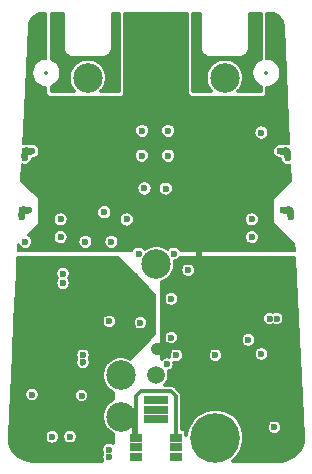
<source format=gbl>
G04 #@! TF.GenerationSoftware,KiCad,Pcbnew,5.1.9-73d0e3b20d~88~ubuntu20.04.1*
G04 #@! TF.CreationDate,2021-08-23T09:26:19+03:00*
G04 #@! TF.ProjectId,diff_probe_amplifier,64696666-5f70-4726-9f62-655f616d706c,rev?*
G04 #@! TF.SameCoordinates,Original*
G04 #@! TF.FileFunction,Copper,L4,Bot*
G04 #@! TF.FilePolarity,Positive*
%FSLAX46Y46*%
G04 Gerber Fmt 4.6, Leading zero omitted, Abs format (unit mm)*
G04 Created by KiCad (PCBNEW 5.1.9-73d0e3b20d~88~ubuntu20.04.1) date 2021-08-23 09:26:19*
%MOMM*%
%LPD*%
G01*
G04 APERTURE LIST*
G04 #@! TA.AperFunction,SMDPad,CuDef*
%ADD10C,2.500000*%
G04 #@! TD*
G04 #@! TA.AperFunction,ComponentPad*
%ADD11R,1.000000X0.800000*%
G04 #@! TD*
G04 #@! TA.AperFunction,ComponentPad*
%ADD12C,1.500000*%
G04 #@! TD*
G04 #@! TA.AperFunction,SMDPad,CuDef*
%ADD13C,0.350000*%
G04 #@! TD*
G04 #@! TA.AperFunction,ComponentPad*
%ADD14C,0.600000*%
G04 #@! TD*
G04 #@! TA.AperFunction,ComponentPad*
%ADD15C,4.200000*%
G04 #@! TD*
G04 #@! TA.AperFunction,SMDPad,CuDef*
%ADD16R,2.400000X1.650000*%
G04 #@! TD*
G04 #@! TA.AperFunction,SMDPad,CuDef*
%ADD17R,1.650000X2.400000*%
G04 #@! TD*
G04 #@! TA.AperFunction,ViaPad*
%ADD18C,0.600000*%
G04 #@! TD*
G04 #@! TA.AperFunction,Conductor*
%ADD19C,0.300000*%
G04 #@! TD*
G04 #@! TA.AperFunction,Conductor*
%ADD20C,0.500000*%
G04 #@! TD*
G04 #@! TA.AperFunction,Conductor*
%ADD21C,1.000000*%
G04 #@! TD*
G04 #@! TA.AperFunction,Conductor*
%ADD22C,0.200000*%
G04 #@! TD*
G04 #@! TA.AperFunction,Conductor*
%ADD23C,0.350000*%
G04 #@! TD*
%ADD24C,0.300000*%
%ADD25C,0.350000*%
G04 APERTURE END LIST*
D10*
G04 #@! TO.P,TP8,1*
G04 #@! TO.N,/CONN_IN-*
X8200000Y-4200000D03*
G04 #@! TD*
G04 #@! TO.P,TP7,1*
G04 #@! TO.N,/CONN_IN+*
X19800000Y-4200000D03*
G04 #@! TD*
D11*
G04 #@! TO.P,J1,2*
G04 #@! TO.N,GNDA*
X13500000Y-33100000D03*
X13500000Y-32300000D03*
X13500000Y-31500000D03*
X14500000Y-31500000D03*
X14500000Y-32300000D03*
G04 #@! TO.P,J1,3*
G04 #@! TO.N,+5V*
X15700000Y-34700000D03*
X15700000Y-35500000D03*
X15700000Y-36300000D03*
X12300000Y-34700000D03*
X12300000Y-35500000D03*
X12300000Y-36300000D03*
D12*
G04 #@! TO.P,J1,1*
G04 #@! TO.N,/OUT*
X14000000Y-29400000D03*
D11*
G04 #@! TO.P,J1,2*
G04 #@! TO.N,GNDA*
X14500000Y-33100000D03*
G04 #@! TD*
G04 #@! TA.AperFunction,SMDPad,CuDef*
D13*
G04 #@! TO.P,J4,1*
G04 #@! TO.N,GNDA*
G36*
X24484916Y-10123962D02*
G01*
X25084094Y-10092560D01*
X25115496Y-10691738D01*
X24516318Y-10723140D01*
X24484916Y-10123962D01*
G37*
G04 #@! TD.AperFunction*
G04 #@! TA.AperFunction,SMDPad,CuDef*
G36*
X24800205Y-10407850D02*
G01*
X25399383Y-10376448D01*
X25430785Y-10975626D01*
X24831607Y-11007028D01*
X24800205Y-10407850D01*
G37*
G04 #@! TD.AperFunction*
D14*
X25099794Y-10392150D03*
X24500617Y-10423551D03*
X25131196Y-10991327D03*
G04 #@! TD*
G04 #@! TA.AperFunction,SMDPad,CuDef*
D13*
G04 #@! TO.P,J3,1*
G04 #@! TO.N,/IN+*
G36*
X24734916Y-15123962D02*
G01*
X25334094Y-15092560D01*
X25365496Y-15691738D01*
X24766318Y-15723140D01*
X24734916Y-15123962D01*
G37*
G04 #@! TD.AperFunction*
G04 #@! TA.AperFunction,SMDPad,CuDef*
G36*
X25050205Y-15407850D02*
G01*
X25649383Y-15376448D01*
X25680785Y-15975626D01*
X25081607Y-16007028D01*
X25050205Y-15407850D01*
G37*
G04 #@! TD.AperFunction*
D14*
X25349794Y-15392150D03*
X24750617Y-15423551D03*
X25381196Y-15991327D03*
G04 #@! TD*
G04 #@! TO.P,J6,1*
G04 #@! TO.N,/IN-*
X2618804Y-15991327D03*
X3249383Y-15423551D03*
X2650206Y-15392150D03*
G04 #@! TA.AperFunction,SMDPad,CuDef*
D13*
G36*
X2918393Y-16007028D02*
G01*
X2319215Y-15975626D01*
X2350617Y-15376448D01*
X2949795Y-15407850D01*
X2918393Y-16007028D01*
G37*
G04 #@! TD.AperFunction*
G04 #@! TA.AperFunction,SMDPad,CuDef*
G36*
X3233682Y-15723140D02*
G01*
X2634504Y-15691738D01*
X2665906Y-15092560D01*
X3265084Y-15123962D01*
X3233682Y-15723140D01*
G37*
G04 #@! TD.AperFunction*
G04 #@! TD*
D14*
G04 #@! TO.P,J5,1*
G04 #@! TO.N,GNDA*
X2868804Y-10991327D03*
X3499383Y-10423551D03*
X2900206Y-10392150D03*
G04 #@! TA.AperFunction,SMDPad,CuDef*
D13*
G36*
X3168393Y-11007028D02*
G01*
X2569215Y-10975626D01*
X2600617Y-10376448D01*
X3199795Y-10407850D01*
X3168393Y-11007028D01*
G37*
G04 #@! TD.AperFunction*
G04 #@! TA.AperFunction,SMDPad,CuDef*
G36*
X3483682Y-10723140D02*
G01*
X2884504Y-10691738D01*
X2915906Y-10092560D01*
X3515084Y-10123962D01*
X3483682Y-10723140D01*
G37*
G04 #@! TD.AperFunction*
G04 #@! TD*
D15*
G04 #@! TO.P,H1,1*
G04 #@! TO.N,GNDA*
X19000000Y-34700000D03*
G04 #@! TD*
D10*
G04 #@! TO.P,TP4,1*
G04 #@! TO.N,GNDA*
X14000000Y-20000000D03*
G04 #@! TD*
G04 #@! TO.P,TP3,1*
G04 #@! TO.N,-6V*
X17000000Y-29400000D03*
G04 #@! TD*
G04 #@! TO.P,TP2,1*
G04 #@! TO.N,+6V*
X11000000Y-29400000D03*
G04 #@! TD*
G04 #@! TO.P,TP1,1*
G04 #@! TO.N,+5V*
X11000000Y-32900000D03*
G04 #@! TD*
D14*
G04 #@! TO.P,U4,9*
G04 #@! TO.N,-6V*
X18550000Y-24600000D03*
X18550000Y-23600000D03*
X20050000Y-24600000D03*
X20050000Y-23600000D03*
X19300000Y-24100000D03*
D16*
X19300000Y-24100000D03*
G04 #@! TD*
D14*
G04 #@! TO.P,U3,9*
G04 #@! TO.N,-6V*
X10400000Y-12750000D03*
X9400000Y-12750000D03*
X10400000Y-11250000D03*
X9400000Y-11250000D03*
X9900000Y-12000000D03*
D17*
X9900000Y-12000000D03*
G04 #@! TD*
D14*
G04 #@! TO.P,U2,9*
G04 #@! TO.N,-6V*
X17600000Y-11250000D03*
X18600000Y-11250000D03*
X17600000Y-12750000D03*
X18600000Y-12750000D03*
X18100000Y-12000000D03*
D17*
X18100000Y-12000000D03*
G04 #@! TD*
D18*
G04 #@! TO.N,GND*
X9100000Y-30700000D03*
X9800000Y-31400000D03*
X8356250Y-29243750D03*
X6800000Y-32900000D03*
X8000000Y-23400000D03*
X9000000Y-21200000D03*
X11400000Y-23591048D03*
X5900000Y-29200000D03*
X5100000Y-29200000D03*
X5900000Y-29800000D03*
X5100000Y-29800000D03*
X5100000Y-30400000D03*
X5900000Y-30400000D03*
X5900000Y-28600000D03*
X5100000Y-28600000D03*
X5100000Y-28000000D03*
X5900000Y-28000000D03*
X2169305Y-35459689D03*
X6800000Y-24800000D03*
X9800000Y-30700000D03*
X2350000Y-23350000D03*
X11400000Y-22950000D03*
X2850027Y-19550027D03*
X13749990Y-22945864D03*
X10249967Y-19550027D03*
X7950027Y-19550027D03*
X12200000Y-21000004D03*
G04 #@! TO.N,Net-(C4-Pad1)*
X6700000Y-34600000D03*
X6100000Y-21600013D03*
X10018750Y-24831250D03*
G04 #@! TO.N,Net-(C5-Pad1)*
X6100000Y-20800000D03*
X5189209Y-34610791D03*
X12650000Y-24950000D03*
G04 #@! TO.N,+6V*
X12790380Y-10809620D03*
X15009620Y-10809620D03*
X19000000Y-27700000D03*
X15700000Y-27700000D03*
X11093750Y-28906250D03*
X22900000Y-27600000D03*
X21800000Y-26400000D03*
X11503370Y-16203370D03*
G04 #@! TO.N,-6V*
X17199986Y-13500000D03*
X17800000Y-13500000D03*
X18400004Y-13500000D03*
X19000000Y-13500006D03*
X17500000Y-14000000D03*
X18100000Y-14000000D03*
X18700000Y-14000000D03*
X9000000Y-13500000D03*
X9600000Y-13500000D03*
X10200000Y-13500000D03*
X10800000Y-13500000D03*
X9300000Y-14000000D03*
X9900000Y-14000000D03*
X10500000Y-14000000D03*
X8712500Y-14012500D03*
X11100000Y-14000000D03*
X16900000Y-14000000D03*
X19300000Y-14000000D03*
X9000000Y-10500000D03*
X9600000Y-10500000D03*
X10200000Y-10500000D03*
X10800000Y-10500000D03*
X17200000Y-10500000D03*
X17800000Y-10500000D03*
X18400000Y-10500000D03*
X19000000Y-10500000D03*
X20800000Y-23200000D03*
X20800000Y-23800000D03*
X20800000Y-24400000D03*
X20800000Y-25000000D03*
X17800000Y-23200000D03*
X17800000Y-23800000D03*
X17800000Y-24400000D03*
X17800000Y-25000000D03*
X17300000Y-23500000D03*
X17300000Y-22900000D03*
X17300000Y-24100000D03*
X17300000Y-24700000D03*
X17300000Y-25300000D03*
X16800000Y-23200000D03*
X16800000Y-22600000D03*
X16800000Y-23800000D03*
X16800000Y-24400000D03*
X16800000Y-25000000D03*
X16800000Y-25600000D03*
X23500000Y-31000000D03*
X16300000Y-22900000D03*
X16300004Y-22300000D03*
X16300000Y-23500000D03*
X16300000Y-24100000D03*
X16300000Y-24700000D03*
X16300000Y-25300000D03*
X16300000Y-25900000D03*
X14088897Y-27149573D03*
G04 #@! TO.N,Net-(C26-Pad1)*
X7675000Y-31115908D03*
X7800000Y-28300000D03*
X3487095Y-31027421D03*
X10000002Y-35700000D03*
X10000000Y-36299984D03*
X7800000Y-27700000D03*
G04 #@! TO.N,/CONN_IN+*
X19800000Y-3850000D03*
G04 #@! TO.N,/CONN_IN-*
X8200000Y-3850000D03*
G04 #@! TO.N,GNDA*
X24200000Y-24600000D03*
X9600000Y-15600000D03*
X22900000Y-8850012D03*
X14800000Y-13600000D03*
X12999987Y-13578597D03*
X16700000Y-20500000D03*
X5900000Y-16200000D03*
X22100000Y-16200000D03*
X22100000Y-17700000D03*
X12500000Y-19100000D03*
X6080000Y-2415000D03*
X10320000Y-2415000D03*
X17808782Y-2536827D03*
X21920000Y-2415000D03*
X6174990Y-4874990D03*
X17700000Y-4900000D03*
X21825010Y-4825010D03*
X15500000Y-19100000D03*
X10300000Y-4900000D03*
X15000000Y-8700000D03*
X12800000Y-8700000D03*
X17524882Y1000000D03*
X17524966Y-750000D03*
X10475030Y1000000D03*
X10475020Y-700000D03*
X24000000Y-33800000D03*
X5900000Y-17700000D03*
X2900000Y-18100000D03*
X10200000Y-18100000D03*
X23600000Y-24600000D03*
X13749990Y-20600000D03*
X15270711Y-26210049D03*
X8000000Y-18100000D03*
X15270711Y-22929289D03*
X14900000Y-28450006D03*
X5800000Y1000000D03*
X22300000Y1000000D03*
G04 #@! TD*
D19*
G04 #@! TO.N,GND*
X9000000Y-21200000D02*
X10249967Y-19950033D01*
X10249967Y-19950033D02*
X10249967Y-19550027D01*
G04 #@! TO.N,+6V*
X21800000Y-26500000D02*
X21800000Y-26400000D01*
D20*
G04 #@! TO.N,-6V*
X17599999Y-22600001D02*
X17300000Y-22900000D01*
X17599999Y-14699999D02*
X17599999Y-22600001D01*
X16900000Y-14000000D02*
X17599999Y-14699999D01*
D19*
X15250427Y-27149573D02*
X14088897Y-27149573D01*
X16800000Y-25600000D02*
X15250427Y-27149573D01*
D21*
X14730233Y-27149573D02*
X14750329Y-27169669D01*
X14088897Y-27149573D02*
X14730233Y-27149573D01*
D19*
G04 #@! TO.N,Net-(C26-Pad1)*
X7800000Y-28300000D02*
X7675000Y-28425000D01*
G04 #@! TO.N,+5V*
X12300000Y-34700000D02*
X12200000Y-34700000D01*
X12719999Y-30749999D02*
X12300000Y-31169998D01*
X15280001Y-30749999D02*
X12719999Y-30749999D01*
X15700000Y-31169998D02*
X15280001Y-30749999D01*
X15700000Y-34700000D02*
X15700000Y-31169998D01*
D20*
X11800000Y-32900000D02*
X11000000Y-32900000D01*
X12200000Y-33300000D02*
X11800000Y-32900000D01*
X12200000Y-34700000D02*
X12200000Y-33300000D01*
D19*
X12300000Y-31169998D02*
X12300000Y-32000000D01*
X11000000Y-32900000D02*
X11600000Y-32900000D01*
X11600000Y-32300000D02*
X11000000Y-32900000D01*
X12300000Y-32000000D02*
X12300000Y-32300000D01*
X12300000Y-32300000D02*
X11600000Y-32300000D01*
X12300000Y-32300000D02*
X12300000Y-34700000D01*
G04 #@! TD*
D22*
G04 #@! TO.N,-6V*
X4690000Y-2600000D02*
X4581810Y-2600000D01*
X4349973Y-2646116D01*
X4131587Y-2736574D01*
X3935045Y-2867899D01*
X3767899Y-3035045D01*
X3636574Y-3231587D01*
X3546116Y-3449973D01*
X3500000Y-3681810D01*
X3500000Y-3918190D01*
X3546116Y-4150027D01*
X3636574Y-4368413D01*
X3767899Y-4564955D01*
X3935045Y-4732101D01*
X4131587Y-4863426D01*
X4349973Y-4953884D01*
X4581810Y-5000000D01*
X4690000Y-5000000D01*
X4690000Y-5500000D01*
X4695957Y-5560478D01*
X4713597Y-5618632D01*
X4742244Y-5672227D01*
X4780797Y-5719203D01*
X4827773Y-5757756D01*
X4881368Y-5786403D01*
X4939522Y-5804043D01*
X5000000Y-5810000D01*
X11000000Y-5810000D01*
X11060478Y-5804043D01*
X11118632Y-5786403D01*
X11172227Y-5757756D01*
X11219203Y-5719203D01*
X11257756Y-5672227D01*
X11286403Y-5618632D01*
X11304043Y-5560478D01*
X11310000Y-5500000D01*
X11310000Y1275000D01*
X16690000Y1275000D01*
X16690000Y-5500000D01*
X16695957Y-5560478D01*
X16713597Y-5618632D01*
X16742244Y-5672227D01*
X16780797Y-5719203D01*
X16827773Y-5757756D01*
X16881368Y-5786403D01*
X16939522Y-5804043D01*
X17000000Y-5810000D01*
X23000000Y-5810000D01*
X23060478Y-5804043D01*
X23118632Y-5786403D01*
X23172227Y-5757756D01*
X23219203Y-5719203D01*
X23257756Y-5672227D01*
X23286403Y-5618632D01*
X23304043Y-5560478D01*
X23310000Y-5500000D01*
X23310000Y-5000000D01*
X23418190Y-5000000D01*
X23650027Y-4953884D01*
X23868413Y-4863426D01*
X24064955Y-4732101D01*
X24232101Y-4564955D01*
X24363426Y-4368413D01*
X24453884Y-4150027D01*
X24500000Y-3918190D01*
X24500000Y-3681810D01*
X24453884Y-3449973D01*
X24363426Y-3231587D01*
X24232101Y-3035045D01*
X24064955Y-2867899D01*
X23868413Y-2736574D01*
X23650027Y-2646116D01*
X23418190Y-2600000D01*
X23310000Y-2600000D01*
X23310000Y1275000D01*
X23684103Y1275000D01*
X23908499Y1252998D01*
X24109058Y1192445D01*
X24294032Y1094093D01*
X24456382Y961684D01*
X24589925Y800259D01*
X24689567Y615973D01*
X24751516Y415845D01*
X24774970Y192695D01*
X25263115Y-9812882D01*
X25158889Y-9792150D01*
X25082012Y-9792150D01*
X25068317Y-9791522D01*
X25056334Y-9792150D01*
X25040699Y-9792150D01*
X25035106Y-9793263D01*
X24469139Y-9822924D01*
X24465005Y-9823551D01*
X24441522Y-9823551D01*
X24325603Y-9846609D01*
X24216410Y-9891838D01*
X24118139Y-9957501D01*
X24034567Y-10041073D01*
X23968904Y-10139344D01*
X23923675Y-10248537D01*
X23900617Y-10364456D01*
X23900617Y-10482646D01*
X23923675Y-10598565D01*
X23968904Y-10707758D01*
X24034567Y-10806029D01*
X24118139Y-10889601D01*
X24216410Y-10955264D01*
X24325603Y-11000493D01*
X24441522Y-11023551D01*
X24518422Y-11023551D01*
X24530768Y-11024117D01*
X24531196Y-11026939D01*
X24531196Y-11050422D01*
X24554254Y-11166341D01*
X24599483Y-11275534D01*
X24665146Y-11373805D01*
X24748718Y-11457377D01*
X24846989Y-11523040D01*
X24956182Y-11568269D01*
X25072101Y-11591327D01*
X25190291Y-11591327D01*
X25306210Y-11568269D01*
X25347913Y-11550995D01*
X25415814Y-12942764D01*
X23929289Y-14429289D01*
X23916853Y-14444443D01*
X23907612Y-14461732D01*
X23901921Y-14480491D01*
X23900000Y-14500000D01*
X23900000Y-16500000D01*
X23901921Y-16519509D01*
X23907612Y-16538268D01*
X23916853Y-16555557D01*
X23929289Y-16570711D01*
X25678133Y-18319555D01*
X25706451Y-18900000D01*
X16066593Y-18900000D01*
X16031713Y-18815793D01*
X15966050Y-18717522D01*
X15882478Y-18633950D01*
X15784207Y-18568287D01*
X15675014Y-18523058D01*
X15559095Y-18500000D01*
X15440905Y-18500000D01*
X15324986Y-18523058D01*
X15215793Y-18568287D01*
X15117522Y-18633950D01*
X15033950Y-18717522D01*
X14983519Y-18792997D01*
X14734200Y-18626408D01*
X14452118Y-18509565D01*
X14152662Y-18450000D01*
X13847338Y-18450000D01*
X13547882Y-18509565D01*
X13265800Y-18626408D01*
X13016481Y-18792997D01*
X12966050Y-18717522D01*
X12882478Y-18633950D01*
X12784207Y-18568287D01*
X12675014Y-18523058D01*
X12559095Y-18500000D01*
X12440905Y-18500000D01*
X12324986Y-18523058D01*
X12215793Y-18568287D01*
X12117522Y-18633950D01*
X12033950Y-18717522D01*
X11968287Y-18815793D01*
X11933407Y-18900000D01*
X2293549Y-18900000D01*
X2321866Y-18319556D01*
X2335755Y-18305667D01*
X2368287Y-18384207D01*
X2433950Y-18482478D01*
X2517522Y-18566050D01*
X2615793Y-18631713D01*
X2724986Y-18676942D01*
X2840905Y-18700000D01*
X2959095Y-18700000D01*
X3075014Y-18676942D01*
X3184207Y-18631713D01*
X3282478Y-18566050D01*
X3366050Y-18482478D01*
X3431713Y-18384207D01*
X3476942Y-18275014D01*
X3500000Y-18159095D01*
X3500000Y-18040905D01*
X3476942Y-17924986D01*
X3431713Y-17815793D01*
X3366050Y-17717522D01*
X3289433Y-17640905D01*
X5300000Y-17640905D01*
X5300000Y-17759095D01*
X5323058Y-17875014D01*
X5368287Y-17984207D01*
X5433950Y-18082478D01*
X5517522Y-18166050D01*
X5615793Y-18231713D01*
X5724986Y-18276942D01*
X5840905Y-18300000D01*
X5959095Y-18300000D01*
X6075014Y-18276942D01*
X6184207Y-18231713D01*
X6282478Y-18166050D01*
X6366050Y-18082478D01*
X6393828Y-18040905D01*
X7400000Y-18040905D01*
X7400000Y-18159095D01*
X7423058Y-18275014D01*
X7468287Y-18384207D01*
X7533950Y-18482478D01*
X7617522Y-18566050D01*
X7715793Y-18631713D01*
X7824986Y-18676942D01*
X7940905Y-18700000D01*
X8059095Y-18700000D01*
X8175014Y-18676942D01*
X8284207Y-18631713D01*
X8382478Y-18566050D01*
X8466050Y-18482478D01*
X8531713Y-18384207D01*
X8576942Y-18275014D01*
X8600000Y-18159095D01*
X8600000Y-18040905D01*
X9600000Y-18040905D01*
X9600000Y-18159095D01*
X9623058Y-18275014D01*
X9668287Y-18384207D01*
X9733950Y-18482478D01*
X9817522Y-18566050D01*
X9915793Y-18631713D01*
X10024986Y-18676942D01*
X10140905Y-18700000D01*
X10259095Y-18700000D01*
X10375014Y-18676942D01*
X10484207Y-18631713D01*
X10582478Y-18566050D01*
X10666050Y-18482478D01*
X10731713Y-18384207D01*
X10776942Y-18275014D01*
X10800000Y-18159095D01*
X10800000Y-18040905D01*
X10776942Y-17924986D01*
X10731713Y-17815793D01*
X10666050Y-17717522D01*
X10589433Y-17640905D01*
X21500000Y-17640905D01*
X21500000Y-17759095D01*
X21523058Y-17875014D01*
X21568287Y-17984207D01*
X21633950Y-18082478D01*
X21717522Y-18166050D01*
X21815793Y-18231713D01*
X21924986Y-18276942D01*
X22040905Y-18300000D01*
X22159095Y-18300000D01*
X22275014Y-18276942D01*
X22384207Y-18231713D01*
X22482478Y-18166050D01*
X22566050Y-18082478D01*
X22631713Y-17984207D01*
X22676942Y-17875014D01*
X22700000Y-17759095D01*
X22700000Y-17640905D01*
X22676942Y-17524986D01*
X22631713Y-17415793D01*
X22566050Y-17317522D01*
X22482478Y-17233950D01*
X22384207Y-17168287D01*
X22275014Y-17123058D01*
X22159095Y-17100000D01*
X22040905Y-17100000D01*
X21924986Y-17123058D01*
X21815793Y-17168287D01*
X21717522Y-17233950D01*
X21633950Y-17317522D01*
X21568287Y-17415793D01*
X21523058Y-17524986D01*
X21500000Y-17640905D01*
X10589433Y-17640905D01*
X10582478Y-17633950D01*
X10484207Y-17568287D01*
X10375014Y-17523058D01*
X10259095Y-17500000D01*
X10140905Y-17500000D01*
X10024986Y-17523058D01*
X9915793Y-17568287D01*
X9817522Y-17633950D01*
X9733950Y-17717522D01*
X9668287Y-17815793D01*
X9623058Y-17924986D01*
X9600000Y-18040905D01*
X8600000Y-18040905D01*
X8576942Y-17924986D01*
X8531713Y-17815793D01*
X8466050Y-17717522D01*
X8382478Y-17633950D01*
X8284207Y-17568287D01*
X8175014Y-17523058D01*
X8059095Y-17500000D01*
X7940905Y-17500000D01*
X7824986Y-17523058D01*
X7715793Y-17568287D01*
X7617522Y-17633950D01*
X7533950Y-17717522D01*
X7468287Y-17815793D01*
X7423058Y-17924986D01*
X7400000Y-18040905D01*
X6393828Y-18040905D01*
X6431713Y-17984207D01*
X6476942Y-17875014D01*
X6500000Y-17759095D01*
X6500000Y-17640905D01*
X6476942Y-17524986D01*
X6431713Y-17415793D01*
X6366050Y-17317522D01*
X6282478Y-17233950D01*
X6184207Y-17168287D01*
X6075014Y-17123058D01*
X5959095Y-17100000D01*
X5840905Y-17100000D01*
X5724986Y-17123058D01*
X5615793Y-17168287D01*
X5517522Y-17233950D01*
X5433950Y-17317522D01*
X5368287Y-17415793D01*
X5323058Y-17524986D01*
X5300000Y-17640905D01*
X3289433Y-17640905D01*
X3282478Y-17633950D01*
X3184207Y-17568287D01*
X3105667Y-17535755D01*
X4070711Y-16570711D01*
X4083147Y-16555557D01*
X4092388Y-16538268D01*
X4098079Y-16519509D01*
X4100000Y-16500000D01*
X4100000Y-16140905D01*
X5300000Y-16140905D01*
X5300000Y-16259095D01*
X5323058Y-16375014D01*
X5368287Y-16484207D01*
X5433950Y-16582478D01*
X5517522Y-16666050D01*
X5615793Y-16731713D01*
X5724986Y-16776942D01*
X5840905Y-16800000D01*
X5959095Y-16800000D01*
X6075014Y-16776942D01*
X6184207Y-16731713D01*
X6282478Y-16666050D01*
X6366050Y-16582478D01*
X6431713Y-16484207D01*
X6476942Y-16375014D01*
X6500000Y-16259095D01*
X6500000Y-16140905D01*
X6476942Y-16024986D01*
X6431713Y-15915793D01*
X6366050Y-15817522D01*
X6282478Y-15733950D01*
X6184207Y-15668287D01*
X6075014Y-15623058D01*
X5959095Y-15600000D01*
X5840905Y-15600000D01*
X5724986Y-15623058D01*
X5615793Y-15668287D01*
X5517522Y-15733950D01*
X5433950Y-15817522D01*
X5368287Y-15915793D01*
X5323058Y-16024986D01*
X5300000Y-16140905D01*
X4100000Y-16140905D01*
X4100000Y-15540905D01*
X9000000Y-15540905D01*
X9000000Y-15659095D01*
X9023058Y-15775014D01*
X9068287Y-15884207D01*
X9133950Y-15982478D01*
X9217522Y-16066050D01*
X9315793Y-16131713D01*
X9424986Y-16176942D01*
X9540905Y-16200000D01*
X9659095Y-16200000D01*
X9775014Y-16176942D01*
X9853879Y-16144275D01*
X10903370Y-16144275D01*
X10903370Y-16262465D01*
X10926428Y-16378384D01*
X10971657Y-16487577D01*
X11037320Y-16585848D01*
X11120892Y-16669420D01*
X11219163Y-16735083D01*
X11328356Y-16780312D01*
X11444275Y-16803370D01*
X11562465Y-16803370D01*
X11678384Y-16780312D01*
X11787577Y-16735083D01*
X11885848Y-16669420D01*
X11969420Y-16585848D01*
X12035083Y-16487577D01*
X12080312Y-16378384D01*
X12103370Y-16262465D01*
X12103370Y-16144275D01*
X12102700Y-16140905D01*
X21500000Y-16140905D01*
X21500000Y-16259095D01*
X21523058Y-16375014D01*
X21568287Y-16484207D01*
X21633950Y-16582478D01*
X21717522Y-16666050D01*
X21815793Y-16731713D01*
X21924986Y-16776942D01*
X22040905Y-16800000D01*
X22159095Y-16800000D01*
X22275014Y-16776942D01*
X22384207Y-16731713D01*
X22482478Y-16666050D01*
X22566050Y-16582478D01*
X22631713Y-16484207D01*
X22676942Y-16375014D01*
X22700000Y-16259095D01*
X22700000Y-16140905D01*
X22676942Y-16024986D01*
X22631713Y-15915793D01*
X22566050Y-15817522D01*
X22482478Y-15733950D01*
X22384207Y-15668287D01*
X22275014Y-15623058D01*
X22159095Y-15600000D01*
X22040905Y-15600000D01*
X21924986Y-15623058D01*
X21815793Y-15668287D01*
X21717522Y-15733950D01*
X21633950Y-15817522D01*
X21568287Y-15915793D01*
X21523058Y-16024986D01*
X21500000Y-16140905D01*
X12102700Y-16140905D01*
X12080312Y-16028356D01*
X12035083Y-15919163D01*
X11969420Y-15820892D01*
X11885848Y-15737320D01*
X11787577Y-15671657D01*
X11678384Y-15626428D01*
X11562465Y-15603370D01*
X11444275Y-15603370D01*
X11328356Y-15626428D01*
X11219163Y-15671657D01*
X11120892Y-15737320D01*
X11037320Y-15820892D01*
X10971657Y-15919163D01*
X10926428Y-16028356D01*
X10903370Y-16144275D01*
X9853879Y-16144275D01*
X9884207Y-16131713D01*
X9982478Y-16066050D01*
X10066050Y-15982478D01*
X10131713Y-15884207D01*
X10176942Y-15775014D01*
X10200000Y-15659095D01*
X10200000Y-15540905D01*
X10176942Y-15424986D01*
X10131713Y-15315793D01*
X10066050Y-15217522D01*
X9982478Y-15133950D01*
X9884207Y-15068287D01*
X9775014Y-15023058D01*
X9659095Y-15000000D01*
X9540905Y-15000000D01*
X9424986Y-15023058D01*
X9315793Y-15068287D01*
X9217522Y-15133950D01*
X9133950Y-15217522D01*
X9068287Y-15315793D01*
X9023058Y-15424986D01*
X9000000Y-15540905D01*
X4100000Y-15540905D01*
X4100000Y-14500000D01*
X4098079Y-14480491D01*
X4092388Y-14461732D01*
X4083147Y-14444443D01*
X4070711Y-14429289D01*
X3160924Y-13519502D01*
X12399987Y-13519502D01*
X12399987Y-13637692D01*
X12423045Y-13753611D01*
X12468274Y-13862804D01*
X12533937Y-13961075D01*
X12617509Y-14044647D01*
X12715780Y-14110310D01*
X12824973Y-14155539D01*
X12940892Y-14178597D01*
X13059082Y-14178597D01*
X13175001Y-14155539D01*
X13284194Y-14110310D01*
X13382465Y-14044647D01*
X13466037Y-13961075D01*
X13531700Y-13862804D01*
X13576929Y-13753611D01*
X13599987Y-13637692D01*
X13599987Y-13540905D01*
X14200000Y-13540905D01*
X14200000Y-13659095D01*
X14223058Y-13775014D01*
X14268287Y-13884207D01*
X14333950Y-13982478D01*
X14417522Y-14066050D01*
X14515793Y-14131713D01*
X14624986Y-14176942D01*
X14740905Y-14200000D01*
X14859095Y-14200000D01*
X14975014Y-14176942D01*
X15084207Y-14131713D01*
X15182478Y-14066050D01*
X15266050Y-13982478D01*
X15331713Y-13884207D01*
X15376942Y-13775014D01*
X15400000Y-13659095D01*
X15400000Y-13540905D01*
X15376942Y-13424986D01*
X15331713Y-13315793D01*
X15266050Y-13217522D01*
X15182478Y-13133950D01*
X15084207Y-13068287D01*
X14975014Y-13023058D01*
X14859095Y-13000000D01*
X14740905Y-13000000D01*
X14624986Y-13023058D01*
X14515793Y-13068287D01*
X14417522Y-13133950D01*
X14333950Y-13217522D01*
X14268287Y-13315793D01*
X14223058Y-13424986D01*
X14200000Y-13540905D01*
X13599987Y-13540905D01*
X13599987Y-13519502D01*
X13576929Y-13403583D01*
X13531700Y-13294390D01*
X13466037Y-13196119D01*
X13382465Y-13112547D01*
X13284194Y-13046884D01*
X13175001Y-13001655D01*
X13059082Y-12978597D01*
X12940892Y-12978597D01*
X12824973Y-13001655D01*
X12715780Y-13046884D01*
X12617509Y-13112547D01*
X12533937Y-13196119D01*
X12468274Y-13294390D01*
X12423045Y-13403583D01*
X12399987Y-13519502D01*
X3160924Y-13519502D01*
X2584186Y-12942764D01*
X2652087Y-11550995D01*
X2693790Y-11568269D01*
X2809709Y-11591327D01*
X2927899Y-11591327D01*
X3043818Y-11568269D01*
X3153011Y-11523040D01*
X3251282Y-11457377D01*
X3334854Y-11373805D01*
X3400517Y-11275534D01*
X3445746Y-11166341D01*
X3468804Y-11050422D01*
X3468804Y-11026939D01*
X3469232Y-11024117D01*
X3481578Y-11023551D01*
X3558478Y-11023551D01*
X3674397Y-11000493D01*
X3783590Y-10955264D01*
X3881861Y-10889601D01*
X3965433Y-10806029D01*
X4002519Y-10750525D01*
X12190380Y-10750525D01*
X12190380Y-10868715D01*
X12213438Y-10984634D01*
X12258667Y-11093827D01*
X12324330Y-11192098D01*
X12407902Y-11275670D01*
X12506173Y-11341333D01*
X12615366Y-11386562D01*
X12731285Y-11409620D01*
X12849475Y-11409620D01*
X12965394Y-11386562D01*
X13074587Y-11341333D01*
X13172858Y-11275670D01*
X13256430Y-11192098D01*
X13322093Y-11093827D01*
X13367322Y-10984634D01*
X13390380Y-10868715D01*
X13390380Y-10750525D01*
X14409620Y-10750525D01*
X14409620Y-10868715D01*
X14432678Y-10984634D01*
X14477907Y-11093827D01*
X14543570Y-11192098D01*
X14627142Y-11275670D01*
X14725413Y-11341333D01*
X14834606Y-11386562D01*
X14950525Y-11409620D01*
X15068715Y-11409620D01*
X15184634Y-11386562D01*
X15293827Y-11341333D01*
X15392098Y-11275670D01*
X15475670Y-11192098D01*
X15541333Y-11093827D01*
X15586562Y-10984634D01*
X15609620Y-10868715D01*
X15609620Y-10750525D01*
X15586562Y-10634606D01*
X15541333Y-10525413D01*
X15475670Y-10427142D01*
X15392098Y-10343570D01*
X15293827Y-10277907D01*
X15184634Y-10232678D01*
X15068715Y-10209620D01*
X14950525Y-10209620D01*
X14834606Y-10232678D01*
X14725413Y-10277907D01*
X14627142Y-10343570D01*
X14543570Y-10427142D01*
X14477907Y-10525413D01*
X14432678Y-10634606D01*
X14409620Y-10750525D01*
X13390380Y-10750525D01*
X13367322Y-10634606D01*
X13322093Y-10525413D01*
X13256430Y-10427142D01*
X13172858Y-10343570D01*
X13074587Y-10277907D01*
X12965394Y-10232678D01*
X12849475Y-10209620D01*
X12731285Y-10209620D01*
X12615366Y-10232678D01*
X12506173Y-10277907D01*
X12407902Y-10343570D01*
X12324330Y-10427142D01*
X12258667Y-10525413D01*
X12213438Y-10634606D01*
X12190380Y-10750525D01*
X4002519Y-10750525D01*
X4031096Y-10707758D01*
X4076325Y-10598565D01*
X4099383Y-10482646D01*
X4099383Y-10364456D01*
X4076325Y-10248537D01*
X4031096Y-10139344D01*
X3965433Y-10041073D01*
X3881861Y-9957501D01*
X3783590Y-9891838D01*
X3674397Y-9846609D01*
X3558478Y-9823551D01*
X3534995Y-9823551D01*
X3530861Y-9822924D01*
X2964894Y-9793263D01*
X2959301Y-9792150D01*
X2943666Y-9792150D01*
X2931683Y-9791522D01*
X2917988Y-9792150D01*
X2841111Y-9792150D01*
X2736884Y-9812882D01*
X2794061Y-8640905D01*
X12200000Y-8640905D01*
X12200000Y-8759095D01*
X12223058Y-8875014D01*
X12268287Y-8984207D01*
X12333950Y-9082478D01*
X12417522Y-9166050D01*
X12515793Y-9231713D01*
X12624986Y-9276942D01*
X12740905Y-9300000D01*
X12859095Y-9300000D01*
X12975014Y-9276942D01*
X13084207Y-9231713D01*
X13182478Y-9166050D01*
X13266050Y-9082478D01*
X13331713Y-8984207D01*
X13376942Y-8875014D01*
X13400000Y-8759095D01*
X13400000Y-8640905D01*
X14400000Y-8640905D01*
X14400000Y-8759095D01*
X14423058Y-8875014D01*
X14468287Y-8984207D01*
X14533950Y-9082478D01*
X14617522Y-9166050D01*
X14715793Y-9231713D01*
X14824986Y-9276942D01*
X14940905Y-9300000D01*
X15059095Y-9300000D01*
X15175014Y-9276942D01*
X15284207Y-9231713D01*
X15382478Y-9166050D01*
X15466050Y-9082478D01*
X15531713Y-8984207D01*
X15576942Y-8875014D01*
X15593670Y-8790917D01*
X22300000Y-8790917D01*
X22300000Y-8909107D01*
X22323058Y-9025026D01*
X22368287Y-9134219D01*
X22433950Y-9232490D01*
X22517522Y-9316062D01*
X22615793Y-9381725D01*
X22724986Y-9426954D01*
X22840905Y-9450012D01*
X22959095Y-9450012D01*
X23075014Y-9426954D01*
X23184207Y-9381725D01*
X23282478Y-9316062D01*
X23366050Y-9232490D01*
X23431713Y-9134219D01*
X23476942Y-9025026D01*
X23500000Y-8909107D01*
X23500000Y-8790917D01*
X23476942Y-8674998D01*
X23431713Y-8565805D01*
X23366050Y-8467534D01*
X23282478Y-8383962D01*
X23184207Y-8318299D01*
X23075014Y-8273070D01*
X22959095Y-8250012D01*
X22840905Y-8250012D01*
X22724986Y-8273070D01*
X22615793Y-8318299D01*
X22517522Y-8383962D01*
X22433950Y-8467534D01*
X22368287Y-8565805D01*
X22323058Y-8674998D01*
X22300000Y-8790917D01*
X15593670Y-8790917D01*
X15600000Y-8759095D01*
X15600000Y-8640905D01*
X15576942Y-8524986D01*
X15531713Y-8415793D01*
X15466050Y-8317522D01*
X15382478Y-8233950D01*
X15284207Y-8168287D01*
X15175014Y-8123058D01*
X15059095Y-8100000D01*
X14940905Y-8100000D01*
X14824986Y-8123058D01*
X14715793Y-8168287D01*
X14617522Y-8233950D01*
X14533950Y-8317522D01*
X14468287Y-8415793D01*
X14423058Y-8524986D01*
X14400000Y-8640905D01*
X13400000Y-8640905D01*
X13376942Y-8524986D01*
X13331713Y-8415793D01*
X13266050Y-8317522D01*
X13182478Y-8233950D01*
X13084207Y-8168287D01*
X12975014Y-8123058D01*
X12859095Y-8100000D01*
X12740905Y-8100000D01*
X12624986Y-8123058D01*
X12515793Y-8168287D01*
X12417522Y-8233950D01*
X12333950Y-8317522D01*
X12268287Y-8415793D01*
X12223058Y-8524986D01*
X12200000Y-8640905D01*
X2794061Y-8640905D01*
X3224224Y176193D01*
X3247002Y408499D01*
X3307555Y609058D01*
X3405907Y794032D01*
X3538316Y956382D01*
X3699741Y1089925D01*
X3884027Y1189567D01*
X4084155Y1251516D01*
X4307586Y1275000D01*
X4690000Y1275000D01*
X4690000Y-2600000D01*
G04 #@! TA.AperFunction,Conductor*
D23*
G36*
X4690000Y-2600000D02*
G01*
X4581810Y-2600000D01*
X4349973Y-2646116D01*
X4131587Y-2736574D01*
X3935045Y-2867899D01*
X3767899Y-3035045D01*
X3636574Y-3231587D01*
X3546116Y-3449973D01*
X3500000Y-3681810D01*
X3500000Y-3918190D01*
X3546116Y-4150027D01*
X3636574Y-4368413D01*
X3767899Y-4564955D01*
X3935045Y-4732101D01*
X4131587Y-4863426D01*
X4349973Y-4953884D01*
X4581810Y-5000000D01*
X4690000Y-5000000D01*
X4690000Y-5500000D01*
X4695957Y-5560478D01*
X4713597Y-5618632D01*
X4742244Y-5672227D01*
X4780797Y-5719203D01*
X4827773Y-5757756D01*
X4881368Y-5786403D01*
X4939522Y-5804043D01*
X5000000Y-5810000D01*
X11000000Y-5810000D01*
X11060478Y-5804043D01*
X11118632Y-5786403D01*
X11172227Y-5757756D01*
X11219203Y-5719203D01*
X11257756Y-5672227D01*
X11286403Y-5618632D01*
X11304043Y-5560478D01*
X11310000Y-5500000D01*
X11310000Y1275000D01*
X16690000Y1275000D01*
X16690000Y-5500000D01*
X16695957Y-5560478D01*
X16713597Y-5618632D01*
X16742244Y-5672227D01*
X16780797Y-5719203D01*
X16827773Y-5757756D01*
X16881368Y-5786403D01*
X16939522Y-5804043D01*
X17000000Y-5810000D01*
X23000000Y-5810000D01*
X23060478Y-5804043D01*
X23118632Y-5786403D01*
X23172227Y-5757756D01*
X23219203Y-5719203D01*
X23257756Y-5672227D01*
X23286403Y-5618632D01*
X23304043Y-5560478D01*
X23310000Y-5500000D01*
X23310000Y-5000000D01*
X23418190Y-5000000D01*
X23650027Y-4953884D01*
X23868413Y-4863426D01*
X24064955Y-4732101D01*
X24232101Y-4564955D01*
X24363426Y-4368413D01*
X24453884Y-4150027D01*
X24500000Y-3918190D01*
X24500000Y-3681810D01*
X24453884Y-3449973D01*
X24363426Y-3231587D01*
X24232101Y-3035045D01*
X24064955Y-2867899D01*
X23868413Y-2736574D01*
X23650027Y-2646116D01*
X23418190Y-2600000D01*
X23310000Y-2600000D01*
X23310000Y1275000D01*
X23684103Y1275000D01*
X23908499Y1252998D01*
X24109058Y1192445D01*
X24294032Y1094093D01*
X24456382Y961684D01*
X24589925Y800259D01*
X24689567Y615973D01*
X24751516Y415845D01*
X24774970Y192695D01*
X25263115Y-9812882D01*
X25158889Y-9792150D01*
X25082012Y-9792150D01*
X25068317Y-9791522D01*
X25056334Y-9792150D01*
X25040699Y-9792150D01*
X25035106Y-9793263D01*
X24469139Y-9822924D01*
X24465005Y-9823551D01*
X24441522Y-9823551D01*
X24325603Y-9846609D01*
X24216410Y-9891838D01*
X24118139Y-9957501D01*
X24034567Y-10041073D01*
X23968904Y-10139344D01*
X23923675Y-10248537D01*
X23900617Y-10364456D01*
X23900617Y-10482646D01*
X23923675Y-10598565D01*
X23968904Y-10707758D01*
X24034567Y-10806029D01*
X24118139Y-10889601D01*
X24216410Y-10955264D01*
X24325603Y-11000493D01*
X24441522Y-11023551D01*
X24518422Y-11023551D01*
X24530768Y-11024117D01*
X24531196Y-11026939D01*
X24531196Y-11050422D01*
X24554254Y-11166341D01*
X24599483Y-11275534D01*
X24665146Y-11373805D01*
X24748718Y-11457377D01*
X24846989Y-11523040D01*
X24956182Y-11568269D01*
X25072101Y-11591327D01*
X25190291Y-11591327D01*
X25306210Y-11568269D01*
X25347913Y-11550995D01*
X25415814Y-12942764D01*
X23929289Y-14429289D01*
X23916853Y-14444443D01*
X23907612Y-14461732D01*
X23901921Y-14480491D01*
X23900000Y-14500000D01*
X23900000Y-16500000D01*
X23901921Y-16519509D01*
X23907612Y-16538268D01*
X23916853Y-16555557D01*
X23929289Y-16570711D01*
X25678133Y-18319555D01*
X25706451Y-18900000D01*
X16066593Y-18900000D01*
X16031713Y-18815793D01*
X15966050Y-18717522D01*
X15882478Y-18633950D01*
X15784207Y-18568287D01*
X15675014Y-18523058D01*
X15559095Y-18500000D01*
X15440905Y-18500000D01*
X15324986Y-18523058D01*
X15215793Y-18568287D01*
X15117522Y-18633950D01*
X15033950Y-18717522D01*
X14983519Y-18792997D01*
X14734200Y-18626408D01*
X14452118Y-18509565D01*
X14152662Y-18450000D01*
X13847338Y-18450000D01*
X13547882Y-18509565D01*
X13265800Y-18626408D01*
X13016481Y-18792997D01*
X12966050Y-18717522D01*
X12882478Y-18633950D01*
X12784207Y-18568287D01*
X12675014Y-18523058D01*
X12559095Y-18500000D01*
X12440905Y-18500000D01*
X12324986Y-18523058D01*
X12215793Y-18568287D01*
X12117522Y-18633950D01*
X12033950Y-18717522D01*
X11968287Y-18815793D01*
X11933407Y-18900000D01*
X2293549Y-18900000D01*
X2321866Y-18319556D01*
X2335755Y-18305667D01*
X2368287Y-18384207D01*
X2433950Y-18482478D01*
X2517522Y-18566050D01*
X2615793Y-18631713D01*
X2724986Y-18676942D01*
X2840905Y-18700000D01*
X2959095Y-18700000D01*
X3075014Y-18676942D01*
X3184207Y-18631713D01*
X3282478Y-18566050D01*
X3366050Y-18482478D01*
X3431713Y-18384207D01*
X3476942Y-18275014D01*
X3500000Y-18159095D01*
X3500000Y-18040905D01*
X3476942Y-17924986D01*
X3431713Y-17815793D01*
X3366050Y-17717522D01*
X3289433Y-17640905D01*
X5300000Y-17640905D01*
X5300000Y-17759095D01*
X5323058Y-17875014D01*
X5368287Y-17984207D01*
X5433950Y-18082478D01*
X5517522Y-18166050D01*
X5615793Y-18231713D01*
X5724986Y-18276942D01*
X5840905Y-18300000D01*
X5959095Y-18300000D01*
X6075014Y-18276942D01*
X6184207Y-18231713D01*
X6282478Y-18166050D01*
X6366050Y-18082478D01*
X6393828Y-18040905D01*
X7400000Y-18040905D01*
X7400000Y-18159095D01*
X7423058Y-18275014D01*
X7468287Y-18384207D01*
X7533950Y-18482478D01*
X7617522Y-18566050D01*
X7715793Y-18631713D01*
X7824986Y-18676942D01*
X7940905Y-18700000D01*
X8059095Y-18700000D01*
X8175014Y-18676942D01*
X8284207Y-18631713D01*
X8382478Y-18566050D01*
X8466050Y-18482478D01*
X8531713Y-18384207D01*
X8576942Y-18275014D01*
X8600000Y-18159095D01*
X8600000Y-18040905D01*
X9600000Y-18040905D01*
X9600000Y-18159095D01*
X9623058Y-18275014D01*
X9668287Y-18384207D01*
X9733950Y-18482478D01*
X9817522Y-18566050D01*
X9915793Y-18631713D01*
X10024986Y-18676942D01*
X10140905Y-18700000D01*
X10259095Y-18700000D01*
X10375014Y-18676942D01*
X10484207Y-18631713D01*
X10582478Y-18566050D01*
X10666050Y-18482478D01*
X10731713Y-18384207D01*
X10776942Y-18275014D01*
X10800000Y-18159095D01*
X10800000Y-18040905D01*
X10776942Y-17924986D01*
X10731713Y-17815793D01*
X10666050Y-17717522D01*
X10589433Y-17640905D01*
X21500000Y-17640905D01*
X21500000Y-17759095D01*
X21523058Y-17875014D01*
X21568287Y-17984207D01*
X21633950Y-18082478D01*
X21717522Y-18166050D01*
X21815793Y-18231713D01*
X21924986Y-18276942D01*
X22040905Y-18300000D01*
X22159095Y-18300000D01*
X22275014Y-18276942D01*
X22384207Y-18231713D01*
X22482478Y-18166050D01*
X22566050Y-18082478D01*
X22631713Y-17984207D01*
X22676942Y-17875014D01*
X22700000Y-17759095D01*
X22700000Y-17640905D01*
X22676942Y-17524986D01*
X22631713Y-17415793D01*
X22566050Y-17317522D01*
X22482478Y-17233950D01*
X22384207Y-17168287D01*
X22275014Y-17123058D01*
X22159095Y-17100000D01*
X22040905Y-17100000D01*
X21924986Y-17123058D01*
X21815793Y-17168287D01*
X21717522Y-17233950D01*
X21633950Y-17317522D01*
X21568287Y-17415793D01*
X21523058Y-17524986D01*
X21500000Y-17640905D01*
X10589433Y-17640905D01*
X10582478Y-17633950D01*
X10484207Y-17568287D01*
X10375014Y-17523058D01*
X10259095Y-17500000D01*
X10140905Y-17500000D01*
X10024986Y-17523058D01*
X9915793Y-17568287D01*
X9817522Y-17633950D01*
X9733950Y-17717522D01*
X9668287Y-17815793D01*
X9623058Y-17924986D01*
X9600000Y-18040905D01*
X8600000Y-18040905D01*
X8576942Y-17924986D01*
X8531713Y-17815793D01*
X8466050Y-17717522D01*
X8382478Y-17633950D01*
X8284207Y-17568287D01*
X8175014Y-17523058D01*
X8059095Y-17500000D01*
X7940905Y-17500000D01*
X7824986Y-17523058D01*
X7715793Y-17568287D01*
X7617522Y-17633950D01*
X7533950Y-17717522D01*
X7468287Y-17815793D01*
X7423058Y-17924986D01*
X7400000Y-18040905D01*
X6393828Y-18040905D01*
X6431713Y-17984207D01*
X6476942Y-17875014D01*
X6500000Y-17759095D01*
X6500000Y-17640905D01*
X6476942Y-17524986D01*
X6431713Y-17415793D01*
X6366050Y-17317522D01*
X6282478Y-17233950D01*
X6184207Y-17168287D01*
X6075014Y-17123058D01*
X5959095Y-17100000D01*
X5840905Y-17100000D01*
X5724986Y-17123058D01*
X5615793Y-17168287D01*
X5517522Y-17233950D01*
X5433950Y-17317522D01*
X5368287Y-17415793D01*
X5323058Y-17524986D01*
X5300000Y-17640905D01*
X3289433Y-17640905D01*
X3282478Y-17633950D01*
X3184207Y-17568287D01*
X3105667Y-17535755D01*
X4070711Y-16570711D01*
X4083147Y-16555557D01*
X4092388Y-16538268D01*
X4098079Y-16519509D01*
X4100000Y-16500000D01*
X4100000Y-16140905D01*
X5300000Y-16140905D01*
X5300000Y-16259095D01*
X5323058Y-16375014D01*
X5368287Y-16484207D01*
X5433950Y-16582478D01*
X5517522Y-16666050D01*
X5615793Y-16731713D01*
X5724986Y-16776942D01*
X5840905Y-16800000D01*
X5959095Y-16800000D01*
X6075014Y-16776942D01*
X6184207Y-16731713D01*
X6282478Y-16666050D01*
X6366050Y-16582478D01*
X6431713Y-16484207D01*
X6476942Y-16375014D01*
X6500000Y-16259095D01*
X6500000Y-16140905D01*
X6476942Y-16024986D01*
X6431713Y-15915793D01*
X6366050Y-15817522D01*
X6282478Y-15733950D01*
X6184207Y-15668287D01*
X6075014Y-15623058D01*
X5959095Y-15600000D01*
X5840905Y-15600000D01*
X5724986Y-15623058D01*
X5615793Y-15668287D01*
X5517522Y-15733950D01*
X5433950Y-15817522D01*
X5368287Y-15915793D01*
X5323058Y-16024986D01*
X5300000Y-16140905D01*
X4100000Y-16140905D01*
X4100000Y-15540905D01*
X9000000Y-15540905D01*
X9000000Y-15659095D01*
X9023058Y-15775014D01*
X9068287Y-15884207D01*
X9133950Y-15982478D01*
X9217522Y-16066050D01*
X9315793Y-16131713D01*
X9424986Y-16176942D01*
X9540905Y-16200000D01*
X9659095Y-16200000D01*
X9775014Y-16176942D01*
X9853879Y-16144275D01*
X10903370Y-16144275D01*
X10903370Y-16262465D01*
X10926428Y-16378384D01*
X10971657Y-16487577D01*
X11037320Y-16585848D01*
X11120892Y-16669420D01*
X11219163Y-16735083D01*
X11328356Y-16780312D01*
X11444275Y-16803370D01*
X11562465Y-16803370D01*
X11678384Y-16780312D01*
X11787577Y-16735083D01*
X11885848Y-16669420D01*
X11969420Y-16585848D01*
X12035083Y-16487577D01*
X12080312Y-16378384D01*
X12103370Y-16262465D01*
X12103370Y-16144275D01*
X12102700Y-16140905D01*
X21500000Y-16140905D01*
X21500000Y-16259095D01*
X21523058Y-16375014D01*
X21568287Y-16484207D01*
X21633950Y-16582478D01*
X21717522Y-16666050D01*
X21815793Y-16731713D01*
X21924986Y-16776942D01*
X22040905Y-16800000D01*
X22159095Y-16800000D01*
X22275014Y-16776942D01*
X22384207Y-16731713D01*
X22482478Y-16666050D01*
X22566050Y-16582478D01*
X22631713Y-16484207D01*
X22676942Y-16375014D01*
X22700000Y-16259095D01*
X22700000Y-16140905D01*
X22676942Y-16024986D01*
X22631713Y-15915793D01*
X22566050Y-15817522D01*
X22482478Y-15733950D01*
X22384207Y-15668287D01*
X22275014Y-15623058D01*
X22159095Y-15600000D01*
X22040905Y-15600000D01*
X21924986Y-15623058D01*
X21815793Y-15668287D01*
X21717522Y-15733950D01*
X21633950Y-15817522D01*
X21568287Y-15915793D01*
X21523058Y-16024986D01*
X21500000Y-16140905D01*
X12102700Y-16140905D01*
X12080312Y-16028356D01*
X12035083Y-15919163D01*
X11969420Y-15820892D01*
X11885848Y-15737320D01*
X11787577Y-15671657D01*
X11678384Y-15626428D01*
X11562465Y-15603370D01*
X11444275Y-15603370D01*
X11328356Y-15626428D01*
X11219163Y-15671657D01*
X11120892Y-15737320D01*
X11037320Y-15820892D01*
X10971657Y-15919163D01*
X10926428Y-16028356D01*
X10903370Y-16144275D01*
X9853879Y-16144275D01*
X9884207Y-16131713D01*
X9982478Y-16066050D01*
X10066050Y-15982478D01*
X10131713Y-15884207D01*
X10176942Y-15775014D01*
X10200000Y-15659095D01*
X10200000Y-15540905D01*
X10176942Y-15424986D01*
X10131713Y-15315793D01*
X10066050Y-15217522D01*
X9982478Y-15133950D01*
X9884207Y-15068287D01*
X9775014Y-15023058D01*
X9659095Y-15000000D01*
X9540905Y-15000000D01*
X9424986Y-15023058D01*
X9315793Y-15068287D01*
X9217522Y-15133950D01*
X9133950Y-15217522D01*
X9068287Y-15315793D01*
X9023058Y-15424986D01*
X9000000Y-15540905D01*
X4100000Y-15540905D01*
X4100000Y-14500000D01*
X4098079Y-14480491D01*
X4092388Y-14461732D01*
X4083147Y-14444443D01*
X4070711Y-14429289D01*
X3160924Y-13519502D01*
X12399987Y-13519502D01*
X12399987Y-13637692D01*
X12423045Y-13753611D01*
X12468274Y-13862804D01*
X12533937Y-13961075D01*
X12617509Y-14044647D01*
X12715780Y-14110310D01*
X12824973Y-14155539D01*
X12940892Y-14178597D01*
X13059082Y-14178597D01*
X13175001Y-14155539D01*
X13284194Y-14110310D01*
X13382465Y-14044647D01*
X13466037Y-13961075D01*
X13531700Y-13862804D01*
X13576929Y-13753611D01*
X13599987Y-13637692D01*
X13599987Y-13540905D01*
X14200000Y-13540905D01*
X14200000Y-13659095D01*
X14223058Y-13775014D01*
X14268287Y-13884207D01*
X14333950Y-13982478D01*
X14417522Y-14066050D01*
X14515793Y-14131713D01*
X14624986Y-14176942D01*
X14740905Y-14200000D01*
X14859095Y-14200000D01*
X14975014Y-14176942D01*
X15084207Y-14131713D01*
X15182478Y-14066050D01*
X15266050Y-13982478D01*
X15331713Y-13884207D01*
X15376942Y-13775014D01*
X15400000Y-13659095D01*
X15400000Y-13540905D01*
X15376942Y-13424986D01*
X15331713Y-13315793D01*
X15266050Y-13217522D01*
X15182478Y-13133950D01*
X15084207Y-13068287D01*
X14975014Y-13023058D01*
X14859095Y-13000000D01*
X14740905Y-13000000D01*
X14624986Y-13023058D01*
X14515793Y-13068287D01*
X14417522Y-13133950D01*
X14333950Y-13217522D01*
X14268287Y-13315793D01*
X14223058Y-13424986D01*
X14200000Y-13540905D01*
X13599987Y-13540905D01*
X13599987Y-13519502D01*
X13576929Y-13403583D01*
X13531700Y-13294390D01*
X13466037Y-13196119D01*
X13382465Y-13112547D01*
X13284194Y-13046884D01*
X13175001Y-13001655D01*
X13059082Y-12978597D01*
X12940892Y-12978597D01*
X12824973Y-13001655D01*
X12715780Y-13046884D01*
X12617509Y-13112547D01*
X12533937Y-13196119D01*
X12468274Y-13294390D01*
X12423045Y-13403583D01*
X12399987Y-13519502D01*
X3160924Y-13519502D01*
X2584186Y-12942764D01*
X2652087Y-11550995D01*
X2693790Y-11568269D01*
X2809709Y-11591327D01*
X2927899Y-11591327D01*
X3043818Y-11568269D01*
X3153011Y-11523040D01*
X3251282Y-11457377D01*
X3334854Y-11373805D01*
X3400517Y-11275534D01*
X3445746Y-11166341D01*
X3468804Y-11050422D01*
X3468804Y-11026939D01*
X3469232Y-11024117D01*
X3481578Y-11023551D01*
X3558478Y-11023551D01*
X3674397Y-11000493D01*
X3783590Y-10955264D01*
X3881861Y-10889601D01*
X3965433Y-10806029D01*
X4002519Y-10750525D01*
X12190380Y-10750525D01*
X12190380Y-10868715D01*
X12213438Y-10984634D01*
X12258667Y-11093827D01*
X12324330Y-11192098D01*
X12407902Y-11275670D01*
X12506173Y-11341333D01*
X12615366Y-11386562D01*
X12731285Y-11409620D01*
X12849475Y-11409620D01*
X12965394Y-11386562D01*
X13074587Y-11341333D01*
X13172858Y-11275670D01*
X13256430Y-11192098D01*
X13322093Y-11093827D01*
X13367322Y-10984634D01*
X13390380Y-10868715D01*
X13390380Y-10750525D01*
X14409620Y-10750525D01*
X14409620Y-10868715D01*
X14432678Y-10984634D01*
X14477907Y-11093827D01*
X14543570Y-11192098D01*
X14627142Y-11275670D01*
X14725413Y-11341333D01*
X14834606Y-11386562D01*
X14950525Y-11409620D01*
X15068715Y-11409620D01*
X15184634Y-11386562D01*
X15293827Y-11341333D01*
X15392098Y-11275670D01*
X15475670Y-11192098D01*
X15541333Y-11093827D01*
X15586562Y-10984634D01*
X15609620Y-10868715D01*
X15609620Y-10750525D01*
X15586562Y-10634606D01*
X15541333Y-10525413D01*
X15475670Y-10427142D01*
X15392098Y-10343570D01*
X15293827Y-10277907D01*
X15184634Y-10232678D01*
X15068715Y-10209620D01*
X14950525Y-10209620D01*
X14834606Y-10232678D01*
X14725413Y-10277907D01*
X14627142Y-10343570D01*
X14543570Y-10427142D01*
X14477907Y-10525413D01*
X14432678Y-10634606D01*
X14409620Y-10750525D01*
X13390380Y-10750525D01*
X13367322Y-10634606D01*
X13322093Y-10525413D01*
X13256430Y-10427142D01*
X13172858Y-10343570D01*
X13074587Y-10277907D01*
X12965394Y-10232678D01*
X12849475Y-10209620D01*
X12731285Y-10209620D01*
X12615366Y-10232678D01*
X12506173Y-10277907D01*
X12407902Y-10343570D01*
X12324330Y-10427142D01*
X12258667Y-10525413D01*
X12213438Y-10634606D01*
X12190380Y-10750525D01*
X4002519Y-10750525D01*
X4031096Y-10707758D01*
X4076325Y-10598565D01*
X4099383Y-10482646D01*
X4099383Y-10364456D01*
X4076325Y-10248537D01*
X4031096Y-10139344D01*
X3965433Y-10041073D01*
X3881861Y-9957501D01*
X3783590Y-9891838D01*
X3674397Y-9846609D01*
X3558478Y-9823551D01*
X3534995Y-9823551D01*
X3530861Y-9822924D01*
X2964894Y-9793263D01*
X2959301Y-9792150D01*
X2943666Y-9792150D01*
X2931683Y-9791522D01*
X2917988Y-9792150D01*
X2841111Y-9792150D01*
X2736884Y-9812882D01*
X2794061Y-8640905D01*
X12200000Y-8640905D01*
X12200000Y-8759095D01*
X12223058Y-8875014D01*
X12268287Y-8984207D01*
X12333950Y-9082478D01*
X12417522Y-9166050D01*
X12515793Y-9231713D01*
X12624986Y-9276942D01*
X12740905Y-9300000D01*
X12859095Y-9300000D01*
X12975014Y-9276942D01*
X13084207Y-9231713D01*
X13182478Y-9166050D01*
X13266050Y-9082478D01*
X13331713Y-8984207D01*
X13376942Y-8875014D01*
X13400000Y-8759095D01*
X13400000Y-8640905D01*
X14400000Y-8640905D01*
X14400000Y-8759095D01*
X14423058Y-8875014D01*
X14468287Y-8984207D01*
X14533950Y-9082478D01*
X14617522Y-9166050D01*
X14715793Y-9231713D01*
X14824986Y-9276942D01*
X14940905Y-9300000D01*
X15059095Y-9300000D01*
X15175014Y-9276942D01*
X15284207Y-9231713D01*
X15382478Y-9166050D01*
X15466050Y-9082478D01*
X15531713Y-8984207D01*
X15576942Y-8875014D01*
X15593670Y-8790917D01*
X22300000Y-8790917D01*
X22300000Y-8909107D01*
X22323058Y-9025026D01*
X22368287Y-9134219D01*
X22433950Y-9232490D01*
X22517522Y-9316062D01*
X22615793Y-9381725D01*
X22724986Y-9426954D01*
X22840905Y-9450012D01*
X22959095Y-9450012D01*
X23075014Y-9426954D01*
X23184207Y-9381725D01*
X23282478Y-9316062D01*
X23366050Y-9232490D01*
X23431713Y-9134219D01*
X23476942Y-9025026D01*
X23500000Y-8909107D01*
X23500000Y-8790917D01*
X23476942Y-8674998D01*
X23431713Y-8565805D01*
X23366050Y-8467534D01*
X23282478Y-8383962D01*
X23184207Y-8318299D01*
X23075014Y-8273070D01*
X22959095Y-8250012D01*
X22840905Y-8250012D01*
X22724986Y-8273070D01*
X22615793Y-8318299D01*
X22517522Y-8383962D01*
X22433950Y-8467534D01*
X22368287Y-8565805D01*
X22323058Y-8674998D01*
X22300000Y-8790917D01*
X15593670Y-8790917D01*
X15600000Y-8759095D01*
X15600000Y-8640905D01*
X15576942Y-8524986D01*
X15531713Y-8415793D01*
X15466050Y-8317522D01*
X15382478Y-8233950D01*
X15284207Y-8168287D01*
X15175014Y-8123058D01*
X15059095Y-8100000D01*
X14940905Y-8100000D01*
X14824986Y-8123058D01*
X14715793Y-8168287D01*
X14617522Y-8233950D01*
X14533950Y-8317522D01*
X14468287Y-8415793D01*
X14423058Y-8524986D01*
X14400000Y-8640905D01*
X13400000Y-8640905D01*
X13376942Y-8524986D01*
X13331713Y-8415793D01*
X13266050Y-8317522D01*
X13182478Y-8233950D01*
X13084207Y-8168287D01*
X12975014Y-8123058D01*
X12859095Y-8100000D01*
X12740905Y-8100000D01*
X12624986Y-8123058D01*
X12515793Y-8168287D01*
X12417522Y-8233950D01*
X12333950Y-8317522D01*
X12268287Y-8415793D01*
X12223058Y-8524986D01*
X12200000Y-8640905D01*
X2794061Y-8640905D01*
X3224224Y176193D01*
X3247002Y408499D01*
X3307555Y609058D01*
X3405907Y794032D01*
X3538316Y956382D01*
X3699741Y1089925D01*
X3884027Y1189567D01*
X4084155Y1251516D01*
X4307586Y1275000D01*
X4690000Y1275000D01*
X4690000Y-2600000D01*
G37*
G04 #@! TD.AperFunction*
G04 #@! TD*
D19*
G04 #@! TO.N,-6V*
X26422493Y-34602872D02*
X26400491Y-34994687D01*
X26307056Y-35358221D01*
X26144795Y-35696672D01*
X25919883Y-35997165D01*
X25640884Y-36248254D01*
X25318432Y-36440366D01*
X24964806Y-36566190D01*
X24579765Y-36622950D01*
X24495450Y-36625000D01*
X20528918Y-36625000D01*
X20561784Y-36603040D01*
X20903040Y-36261784D01*
X21171162Y-35860510D01*
X21355848Y-35414639D01*
X21450000Y-34941304D01*
X21450000Y-34458696D01*
X21355848Y-33985361D01*
X21252552Y-33735981D01*
X23350000Y-33735981D01*
X23350000Y-33864019D01*
X23374979Y-33989598D01*
X23423978Y-34107890D01*
X23495112Y-34214351D01*
X23585649Y-34304888D01*
X23692110Y-34376022D01*
X23810402Y-34425021D01*
X23935981Y-34450000D01*
X24064019Y-34450000D01*
X24189598Y-34425021D01*
X24307890Y-34376022D01*
X24414351Y-34304888D01*
X24504888Y-34214351D01*
X24576022Y-34107890D01*
X24625021Y-33989598D01*
X24650000Y-33864019D01*
X24650000Y-33735981D01*
X24625021Y-33610402D01*
X24576022Y-33492110D01*
X24504888Y-33385649D01*
X24414351Y-33295112D01*
X24307890Y-33223978D01*
X24189598Y-33174979D01*
X24064019Y-33150000D01*
X23935981Y-33150000D01*
X23810402Y-33174979D01*
X23692110Y-33223978D01*
X23585649Y-33295112D01*
X23495112Y-33385649D01*
X23423978Y-33492110D01*
X23374979Y-33610402D01*
X23350000Y-33735981D01*
X21252552Y-33735981D01*
X21171162Y-33539490D01*
X20903040Y-33138216D01*
X20561784Y-32796960D01*
X20160510Y-32528838D01*
X19714639Y-32344152D01*
X19241304Y-32250000D01*
X18758696Y-32250000D01*
X18285361Y-32344152D01*
X17839490Y-32528838D01*
X17438216Y-32796960D01*
X17096960Y-33138216D01*
X16828838Y-33539490D01*
X16644152Y-33985361D01*
X16551693Y-34450185D01*
X16551693Y-34300000D01*
X16544935Y-34231388D01*
X16524922Y-34165413D01*
X16492422Y-34104610D01*
X16448685Y-34051315D01*
X16395390Y-34007578D01*
X16334587Y-33975078D01*
X16268612Y-33955065D01*
X16200000Y-33948307D01*
X16200000Y-31194547D01*
X16202418Y-31169997D01*
X16200000Y-31145447D01*
X16200000Y-31145438D01*
X16192765Y-31071981D01*
X16164175Y-30977731D01*
X16117746Y-30890869D01*
X16055264Y-30814734D01*
X16036186Y-30799077D01*
X15650929Y-30413822D01*
X15635265Y-30394735D01*
X15559130Y-30332253D01*
X15472268Y-30285824D01*
X15378018Y-30257234D01*
X15304561Y-30249999D01*
X15280001Y-30247580D01*
X15255441Y-30249999D01*
X14705635Y-30249999D01*
X14854425Y-30101209D01*
X14974807Y-29921045D01*
X15057727Y-29720858D01*
X15100000Y-29508341D01*
X15100000Y-29291659D01*
X15058153Y-29081282D01*
X15089598Y-29075027D01*
X15207890Y-29026028D01*
X15314351Y-28954894D01*
X15404888Y-28864357D01*
X15476022Y-28757896D01*
X15525021Y-28639604D01*
X15550000Y-28514025D01*
X15550000Y-28385987D01*
X15539005Y-28330710D01*
X15635981Y-28350000D01*
X15764019Y-28350000D01*
X15889598Y-28325021D01*
X16007890Y-28276022D01*
X16114351Y-28204888D01*
X16204888Y-28114351D01*
X16276022Y-28007890D01*
X16325021Y-27889598D01*
X16350000Y-27764019D01*
X16350000Y-27635981D01*
X18350000Y-27635981D01*
X18350000Y-27764019D01*
X18374979Y-27889598D01*
X18423978Y-28007890D01*
X18495112Y-28114351D01*
X18585649Y-28204888D01*
X18692110Y-28276022D01*
X18810402Y-28325021D01*
X18935981Y-28350000D01*
X19064019Y-28350000D01*
X19189598Y-28325021D01*
X19307890Y-28276022D01*
X19414351Y-28204888D01*
X19504888Y-28114351D01*
X19576022Y-28007890D01*
X19625021Y-27889598D01*
X19650000Y-27764019D01*
X19650000Y-27635981D01*
X19630109Y-27535981D01*
X22250000Y-27535981D01*
X22250000Y-27664019D01*
X22274979Y-27789598D01*
X22323978Y-27907890D01*
X22395112Y-28014351D01*
X22485649Y-28104888D01*
X22592110Y-28176022D01*
X22710402Y-28225021D01*
X22835981Y-28250000D01*
X22964019Y-28250000D01*
X23089598Y-28225021D01*
X23207890Y-28176022D01*
X23314351Y-28104888D01*
X23404888Y-28014351D01*
X23476022Y-27907890D01*
X23525021Y-27789598D01*
X23550000Y-27664019D01*
X23550000Y-27535981D01*
X23525021Y-27410402D01*
X23476022Y-27292110D01*
X23404888Y-27185649D01*
X23314351Y-27095112D01*
X23207890Y-27023978D01*
X23089598Y-26974979D01*
X22964019Y-26950000D01*
X22835981Y-26950000D01*
X22710402Y-26974979D01*
X22592110Y-27023978D01*
X22485649Y-27095112D01*
X22395112Y-27185649D01*
X22323978Y-27292110D01*
X22274979Y-27410402D01*
X22250000Y-27535981D01*
X19630109Y-27535981D01*
X19625021Y-27510402D01*
X19576022Y-27392110D01*
X19504888Y-27285649D01*
X19414351Y-27195112D01*
X19307890Y-27123978D01*
X19189598Y-27074979D01*
X19064019Y-27050000D01*
X18935981Y-27050000D01*
X18810402Y-27074979D01*
X18692110Y-27123978D01*
X18585649Y-27195112D01*
X18495112Y-27285649D01*
X18423978Y-27392110D01*
X18374979Y-27510402D01*
X18350000Y-27635981D01*
X16350000Y-27635981D01*
X16325021Y-27510402D01*
X16276022Y-27392110D01*
X16204888Y-27285649D01*
X16114351Y-27195112D01*
X16007890Y-27123978D01*
X15889598Y-27074979D01*
X15764019Y-27050000D01*
X15635981Y-27050000D01*
X15510402Y-27074979D01*
X15392110Y-27123978D01*
X15285649Y-27195112D01*
X15195112Y-27285649D01*
X15123978Y-27392110D01*
X15074979Y-27510402D01*
X15050000Y-27635981D01*
X15050000Y-27764019D01*
X15060995Y-27819296D01*
X14964019Y-27800006D01*
X14835981Y-27800006D01*
X14710402Y-27824985D01*
X14592110Y-27873984D01*
X14485649Y-27945118D01*
X14450000Y-27980767D01*
X14450000Y-26146030D01*
X14620711Y-26146030D01*
X14620711Y-26274068D01*
X14645690Y-26399647D01*
X14694689Y-26517939D01*
X14765823Y-26624400D01*
X14856360Y-26714937D01*
X14962821Y-26786071D01*
X15081113Y-26835070D01*
X15206692Y-26860049D01*
X15334730Y-26860049D01*
X15460309Y-26835070D01*
X15578601Y-26786071D01*
X15685062Y-26714937D01*
X15775599Y-26624400D01*
X15846733Y-26517939D01*
X15895732Y-26399647D01*
X15908395Y-26335981D01*
X21150000Y-26335981D01*
X21150000Y-26464019D01*
X21174979Y-26589598D01*
X21223978Y-26707890D01*
X21295112Y-26814351D01*
X21385649Y-26904888D01*
X21492110Y-26976022D01*
X21610402Y-27025021D01*
X21735981Y-27050000D01*
X21864019Y-27050000D01*
X21989598Y-27025021D01*
X22107890Y-26976022D01*
X22214351Y-26904888D01*
X22304888Y-26814351D01*
X22376022Y-26707890D01*
X22425021Y-26589598D01*
X22450000Y-26464019D01*
X22450000Y-26335981D01*
X22425021Y-26210402D01*
X22376022Y-26092110D01*
X22304888Y-25985649D01*
X22214351Y-25895112D01*
X22107890Y-25823978D01*
X21989598Y-25774979D01*
X21864019Y-25750000D01*
X21735981Y-25750000D01*
X21610402Y-25774979D01*
X21492110Y-25823978D01*
X21385649Y-25895112D01*
X21295112Y-25985649D01*
X21223978Y-26092110D01*
X21174979Y-26210402D01*
X21150000Y-26335981D01*
X15908395Y-26335981D01*
X15920711Y-26274068D01*
X15920711Y-26146030D01*
X15895732Y-26020451D01*
X15846733Y-25902159D01*
X15775599Y-25795698D01*
X15685062Y-25705161D01*
X15578601Y-25634027D01*
X15460309Y-25585028D01*
X15334730Y-25560049D01*
X15206692Y-25560049D01*
X15081113Y-25585028D01*
X14962821Y-25634027D01*
X14856360Y-25705161D01*
X14765823Y-25795698D01*
X14694689Y-25902159D01*
X14645690Y-26020451D01*
X14620711Y-26146030D01*
X14450000Y-26146030D01*
X14450000Y-24535981D01*
X22950000Y-24535981D01*
X22950000Y-24664019D01*
X22974979Y-24789598D01*
X23023978Y-24907890D01*
X23095112Y-25014351D01*
X23185649Y-25104888D01*
X23292110Y-25176022D01*
X23410402Y-25225021D01*
X23535981Y-25250000D01*
X23664019Y-25250000D01*
X23789598Y-25225021D01*
X23900000Y-25179290D01*
X24010402Y-25225021D01*
X24135981Y-25250000D01*
X24264019Y-25250000D01*
X24389598Y-25225021D01*
X24507890Y-25176022D01*
X24614351Y-25104888D01*
X24704888Y-25014351D01*
X24776022Y-24907890D01*
X24825021Y-24789598D01*
X24850000Y-24664019D01*
X24850000Y-24535981D01*
X24825021Y-24410402D01*
X24776022Y-24292110D01*
X24704888Y-24185649D01*
X24614351Y-24095112D01*
X24507890Y-24023978D01*
X24389598Y-23974979D01*
X24264019Y-23950000D01*
X24135981Y-23950000D01*
X24010402Y-23974979D01*
X23900000Y-24020710D01*
X23789598Y-23974979D01*
X23664019Y-23950000D01*
X23535981Y-23950000D01*
X23410402Y-23974979D01*
X23292110Y-24023978D01*
X23185649Y-24095112D01*
X23095112Y-24185649D01*
X23023978Y-24292110D01*
X22974979Y-24410402D01*
X22950000Y-24535981D01*
X14450000Y-24535981D01*
X14450000Y-22865270D01*
X14620711Y-22865270D01*
X14620711Y-22993308D01*
X14645690Y-23118887D01*
X14694689Y-23237179D01*
X14765823Y-23343640D01*
X14856360Y-23434177D01*
X14962821Y-23505311D01*
X15081113Y-23554310D01*
X15206692Y-23579289D01*
X15334730Y-23579289D01*
X15460309Y-23554310D01*
X15578601Y-23505311D01*
X15685062Y-23434177D01*
X15775599Y-23343640D01*
X15846733Y-23237179D01*
X15895732Y-23118887D01*
X15920711Y-22993308D01*
X15920711Y-22865270D01*
X15895732Y-22739691D01*
X15846733Y-22621399D01*
X15775599Y-22514938D01*
X15685062Y-22424401D01*
X15578601Y-22353267D01*
X15460309Y-22304268D01*
X15334730Y-22279289D01*
X15206692Y-22279289D01*
X15081113Y-22304268D01*
X14962821Y-22353267D01*
X14856360Y-22424401D01*
X14765823Y-22514938D01*
X14694689Y-22621399D01*
X14645690Y-22739691D01*
X14620711Y-22865270D01*
X14450000Y-22865270D01*
X14450000Y-21541835D01*
X14466703Y-21538513D01*
X14757884Y-21417902D01*
X15019941Y-21242801D01*
X15242801Y-21019941D01*
X15417902Y-20757884D01*
X15538513Y-20466703D01*
X15544623Y-20435981D01*
X16050000Y-20435981D01*
X16050000Y-20564019D01*
X16074979Y-20689598D01*
X16123978Y-20807890D01*
X16195112Y-20914351D01*
X16285649Y-21004888D01*
X16392110Y-21076022D01*
X16510402Y-21125021D01*
X16635981Y-21150000D01*
X16764019Y-21150000D01*
X16889598Y-21125021D01*
X17007890Y-21076022D01*
X17114351Y-21004888D01*
X17204888Y-20914351D01*
X17276022Y-20807890D01*
X17325021Y-20689598D01*
X17350000Y-20564019D01*
X17350000Y-20435981D01*
X17325021Y-20310402D01*
X17276022Y-20192110D01*
X17204888Y-20085649D01*
X17114351Y-19995112D01*
X17007890Y-19923978D01*
X16889598Y-19874979D01*
X16764019Y-19850000D01*
X16635981Y-19850000D01*
X16510402Y-19874979D01*
X16392110Y-19923978D01*
X16285649Y-19995112D01*
X16195112Y-20085649D01*
X16123978Y-20192110D01*
X16074979Y-20310402D01*
X16050000Y-20435981D01*
X15544623Y-20435981D01*
X15600000Y-20157586D01*
X15600000Y-19842414D01*
X15580948Y-19746633D01*
X15689598Y-19725021D01*
X15807890Y-19676022D01*
X15914351Y-19604888D01*
X16004888Y-19514351D01*
X16047885Y-19450000D01*
X25683225Y-19450000D01*
X26422493Y-34602872D01*
G04 #@! TA.AperFunction,Conductor*
D23*
G36*
X26422493Y-34602872D02*
G01*
X26400491Y-34994687D01*
X26307056Y-35358221D01*
X26144795Y-35696672D01*
X25919883Y-35997165D01*
X25640884Y-36248254D01*
X25318432Y-36440366D01*
X24964806Y-36566190D01*
X24579765Y-36622950D01*
X24495450Y-36625000D01*
X20528918Y-36625000D01*
X20561784Y-36603040D01*
X20903040Y-36261784D01*
X21171162Y-35860510D01*
X21355848Y-35414639D01*
X21450000Y-34941304D01*
X21450000Y-34458696D01*
X21355848Y-33985361D01*
X21252552Y-33735981D01*
X23350000Y-33735981D01*
X23350000Y-33864019D01*
X23374979Y-33989598D01*
X23423978Y-34107890D01*
X23495112Y-34214351D01*
X23585649Y-34304888D01*
X23692110Y-34376022D01*
X23810402Y-34425021D01*
X23935981Y-34450000D01*
X24064019Y-34450000D01*
X24189598Y-34425021D01*
X24307890Y-34376022D01*
X24414351Y-34304888D01*
X24504888Y-34214351D01*
X24576022Y-34107890D01*
X24625021Y-33989598D01*
X24650000Y-33864019D01*
X24650000Y-33735981D01*
X24625021Y-33610402D01*
X24576022Y-33492110D01*
X24504888Y-33385649D01*
X24414351Y-33295112D01*
X24307890Y-33223978D01*
X24189598Y-33174979D01*
X24064019Y-33150000D01*
X23935981Y-33150000D01*
X23810402Y-33174979D01*
X23692110Y-33223978D01*
X23585649Y-33295112D01*
X23495112Y-33385649D01*
X23423978Y-33492110D01*
X23374979Y-33610402D01*
X23350000Y-33735981D01*
X21252552Y-33735981D01*
X21171162Y-33539490D01*
X20903040Y-33138216D01*
X20561784Y-32796960D01*
X20160510Y-32528838D01*
X19714639Y-32344152D01*
X19241304Y-32250000D01*
X18758696Y-32250000D01*
X18285361Y-32344152D01*
X17839490Y-32528838D01*
X17438216Y-32796960D01*
X17096960Y-33138216D01*
X16828838Y-33539490D01*
X16644152Y-33985361D01*
X16551693Y-34450185D01*
X16551693Y-34300000D01*
X16544935Y-34231388D01*
X16524922Y-34165413D01*
X16492422Y-34104610D01*
X16448685Y-34051315D01*
X16395390Y-34007578D01*
X16334587Y-33975078D01*
X16268612Y-33955065D01*
X16200000Y-33948307D01*
X16200000Y-31194547D01*
X16202418Y-31169997D01*
X16200000Y-31145447D01*
X16200000Y-31145438D01*
X16192765Y-31071981D01*
X16164175Y-30977731D01*
X16117746Y-30890869D01*
X16055264Y-30814734D01*
X16036186Y-30799077D01*
X15650929Y-30413822D01*
X15635265Y-30394735D01*
X15559130Y-30332253D01*
X15472268Y-30285824D01*
X15378018Y-30257234D01*
X15304561Y-30249999D01*
X15280001Y-30247580D01*
X15255441Y-30249999D01*
X14705635Y-30249999D01*
X14854425Y-30101209D01*
X14974807Y-29921045D01*
X15057727Y-29720858D01*
X15100000Y-29508341D01*
X15100000Y-29291659D01*
X15058153Y-29081282D01*
X15089598Y-29075027D01*
X15207890Y-29026028D01*
X15314351Y-28954894D01*
X15404888Y-28864357D01*
X15476022Y-28757896D01*
X15525021Y-28639604D01*
X15550000Y-28514025D01*
X15550000Y-28385987D01*
X15539005Y-28330710D01*
X15635981Y-28350000D01*
X15764019Y-28350000D01*
X15889598Y-28325021D01*
X16007890Y-28276022D01*
X16114351Y-28204888D01*
X16204888Y-28114351D01*
X16276022Y-28007890D01*
X16325021Y-27889598D01*
X16350000Y-27764019D01*
X16350000Y-27635981D01*
X18350000Y-27635981D01*
X18350000Y-27764019D01*
X18374979Y-27889598D01*
X18423978Y-28007890D01*
X18495112Y-28114351D01*
X18585649Y-28204888D01*
X18692110Y-28276022D01*
X18810402Y-28325021D01*
X18935981Y-28350000D01*
X19064019Y-28350000D01*
X19189598Y-28325021D01*
X19307890Y-28276022D01*
X19414351Y-28204888D01*
X19504888Y-28114351D01*
X19576022Y-28007890D01*
X19625021Y-27889598D01*
X19650000Y-27764019D01*
X19650000Y-27635981D01*
X19630109Y-27535981D01*
X22250000Y-27535981D01*
X22250000Y-27664019D01*
X22274979Y-27789598D01*
X22323978Y-27907890D01*
X22395112Y-28014351D01*
X22485649Y-28104888D01*
X22592110Y-28176022D01*
X22710402Y-28225021D01*
X22835981Y-28250000D01*
X22964019Y-28250000D01*
X23089598Y-28225021D01*
X23207890Y-28176022D01*
X23314351Y-28104888D01*
X23404888Y-28014351D01*
X23476022Y-27907890D01*
X23525021Y-27789598D01*
X23550000Y-27664019D01*
X23550000Y-27535981D01*
X23525021Y-27410402D01*
X23476022Y-27292110D01*
X23404888Y-27185649D01*
X23314351Y-27095112D01*
X23207890Y-27023978D01*
X23089598Y-26974979D01*
X22964019Y-26950000D01*
X22835981Y-26950000D01*
X22710402Y-26974979D01*
X22592110Y-27023978D01*
X22485649Y-27095112D01*
X22395112Y-27185649D01*
X22323978Y-27292110D01*
X22274979Y-27410402D01*
X22250000Y-27535981D01*
X19630109Y-27535981D01*
X19625021Y-27510402D01*
X19576022Y-27392110D01*
X19504888Y-27285649D01*
X19414351Y-27195112D01*
X19307890Y-27123978D01*
X19189598Y-27074979D01*
X19064019Y-27050000D01*
X18935981Y-27050000D01*
X18810402Y-27074979D01*
X18692110Y-27123978D01*
X18585649Y-27195112D01*
X18495112Y-27285649D01*
X18423978Y-27392110D01*
X18374979Y-27510402D01*
X18350000Y-27635981D01*
X16350000Y-27635981D01*
X16325021Y-27510402D01*
X16276022Y-27392110D01*
X16204888Y-27285649D01*
X16114351Y-27195112D01*
X16007890Y-27123978D01*
X15889598Y-27074979D01*
X15764019Y-27050000D01*
X15635981Y-27050000D01*
X15510402Y-27074979D01*
X15392110Y-27123978D01*
X15285649Y-27195112D01*
X15195112Y-27285649D01*
X15123978Y-27392110D01*
X15074979Y-27510402D01*
X15050000Y-27635981D01*
X15050000Y-27764019D01*
X15060995Y-27819296D01*
X14964019Y-27800006D01*
X14835981Y-27800006D01*
X14710402Y-27824985D01*
X14592110Y-27873984D01*
X14485649Y-27945118D01*
X14450000Y-27980767D01*
X14450000Y-26146030D01*
X14620711Y-26146030D01*
X14620711Y-26274068D01*
X14645690Y-26399647D01*
X14694689Y-26517939D01*
X14765823Y-26624400D01*
X14856360Y-26714937D01*
X14962821Y-26786071D01*
X15081113Y-26835070D01*
X15206692Y-26860049D01*
X15334730Y-26860049D01*
X15460309Y-26835070D01*
X15578601Y-26786071D01*
X15685062Y-26714937D01*
X15775599Y-26624400D01*
X15846733Y-26517939D01*
X15895732Y-26399647D01*
X15908395Y-26335981D01*
X21150000Y-26335981D01*
X21150000Y-26464019D01*
X21174979Y-26589598D01*
X21223978Y-26707890D01*
X21295112Y-26814351D01*
X21385649Y-26904888D01*
X21492110Y-26976022D01*
X21610402Y-27025021D01*
X21735981Y-27050000D01*
X21864019Y-27050000D01*
X21989598Y-27025021D01*
X22107890Y-26976022D01*
X22214351Y-26904888D01*
X22304888Y-26814351D01*
X22376022Y-26707890D01*
X22425021Y-26589598D01*
X22450000Y-26464019D01*
X22450000Y-26335981D01*
X22425021Y-26210402D01*
X22376022Y-26092110D01*
X22304888Y-25985649D01*
X22214351Y-25895112D01*
X22107890Y-25823978D01*
X21989598Y-25774979D01*
X21864019Y-25750000D01*
X21735981Y-25750000D01*
X21610402Y-25774979D01*
X21492110Y-25823978D01*
X21385649Y-25895112D01*
X21295112Y-25985649D01*
X21223978Y-26092110D01*
X21174979Y-26210402D01*
X21150000Y-26335981D01*
X15908395Y-26335981D01*
X15920711Y-26274068D01*
X15920711Y-26146030D01*
X15895732Y-26020451D01*
X15846733Y-25902159D01*
X15775599Y-25795698D01*
X15685062Y-25705161D01*
X15578601Y-25634027D01*
X15460309Y-25585028D01*
X15334730Y-25560049D01*
X15206692Y-25560049D01*
X15081113Y-25585028D01*
X14962821Y-25634027D01*
X14856360Y-25705161D01*
X14765823Y-25795698D01*
X14694689Y-25902159D01*
X14645690Y-26020451D01*
X14620711Y-26146030D01*
X14450000Y-26146030D01*
X14450000Y-24535981D01*
X22950000Y-24535981D01*
X22950000Y-24664019D01*
X22974979Y-24789598D01*
X23023978Y-24907890D01*
X23095112Y-25014351D01*
X23185649Y-25104888D01*
X23292110Y-25176022D01*
X23410402Y-25225021D01*
X23535981Y-25250000D01*
X23664019Y-25250000D01*
X23789598Y-25225021D01*
X23900000Y-25179290D01*
X24010402Y-25225021D01*
X24135981Y-25250000D01*
X24264019Y-25250000D01*
X24389598Y-25225021D01*
X24507890Y-25176022D01*
X24614351Y-25104888D01*
X24704888Y-25014351D01*
X24776022Y-24907890D01*
X24825021Y-24789598D01*
X24850000Y-24664019D01*
X24850000Y-24535981D01*
X24825021Y-24410402D01*
X24776022Y-24292110D01*
X24704888Y-24185649D01*
X24614351Y-24095112D01*
X24507890Y-24023978D01*
X24389598Y-23974979D01*
X24264019Y-23950000D01*
X24135981Y-23950000D01*
X24010402Y-23974979D01*
X23900000Y-24020710D01*
X23789598Y-23974979D01*
X23664019Y-23950000D01*
X23535981Y-23950000D01*
X23410402Y-23974979D01*
X23292110Y-24023978D01*
X23185649Y-24095112D01*
X23095112Y-24185649D01*
X23023978Y-24292110D01*
X22974979Y-24410402D01*
X22950000Y-24535981D01*
X14450000Y-24535981D01*
X14450000Y-22865270D01*
X14620711Y-22865270D01*
X14620711Y-22993308D01*
X14645690Y-23118887D01*
X14694689Y-23237179D01*
X14765823Y-23343640D01*
X14856360Y-23434177D01*
X14962821Y-23505311D01*
X15081113Y-23554310D01*
X15206692Y-23579289D01*
X15334730Y-23579289D01*
X15460309Y-23554310D01*
X15578601Y-23505311D01*
X15685062Y-23434177D01*
X15775599Y-23343640D01*
X15846733Y-23237179D01*
X15895732Y-23118887D01*
X15920711Y-22993308D01*
X15920711Y-22865270D01*
X15895732Y-22739691D01*
X15846733Y-22621399D01*
X15775599Y-22514938D01*
X15685062Y-22424401D01*
X15578601Y-22353267D01*
X15460309Y-22304268D01*
X15334730Y-22279289D01*
X15206692Y-22279289D01*
X15081113Y-22304268D01*
X14962821Y-22353267D01*
X14856360Y-22424401D01*
X14765823Y-22514938D01*
X14694689Y-22621399D01*
X14645690Y-22739691D01*
X14620711Y-22865270D01*
X14450000Y-22865270D01*
X14450000Y-21541835D01*
X14466703Y-21538513D01*
X14757884Y-21417902D01*
X15019941Y-21242801D01*
X15242801Y-21019941D01*
X15417902Y-20757884D01*
X15538513Y-20466703D01*
X15544623Y-20435981D01*
X16050000Y-20435981D01*
X16050000Y-20564019D01*
X16074979Y-20689598D01*
X16123978Y-20807890D01*
X16195112Y-20914351D01*
X16285649Y-21004888D01*
X16392110Y-21076022D01*
X16510402Y-21125021D01*
X16635981Y-21150000D01*
X16764019Y-21150000D01*
X16889598Y-21125021D01*
X17007890Y-21076022D01*
X17114351Y-21004888D01*
X17204888Y-20914351D01*
X17276022Y-20807890D01*
X17325021Y-20689598D01*
X17350000Y-20564019D01*
X17350000Y-20435981D01*
X17325021Y-20310402D01*
X17276022Y-20192110D01*
X17204888Y-20085649D01*
X17114351Y-19995112D01*
X17007890Y-19923978D01*
X16889598Y-19874979D01*
X16764019Y-19850000D01*
X16635981Y-19850000D01*
X16510402Y-19874979D01*
X16392110Y-19923978D01*
X16285649Y-19995112D01*
X16195112Y-20085649D01*
X16123978Y-20192110D01*
X16074979Y-20310402D01*
X16050000Y-20435981D01*
X15544623Y-20435981D01*
X15600000Y-20157586D01*
X15600000Y-19842414D01*
X15580948Y-19746633D01*
X15689598Y-19725021D01*
X15807890Y-19676022D01*
X15914351Y-19604888D01*
X16004888Y-19514351D01*
X16047885Y-19450000D01*
X25683225Y-19450000D01*
X26422493Y-34602872D01*
G37*
G04 #@! TD.AperFunction*
G04 #@! TD*
D19*
G04 #@! TO.N,GND*
X13850000Y-22562132D02*
X13850000Y-25937868D01*
X11786590Y-28001278D01*
X11757884Y-27982098D01*
X11466703Y-27861487D01*
X11157586Y-27800000D01*
X10842414Y-27800000D01*
X10533297Y-27861487D01*
X10242116Y-27982098D01*
X9980059Y-28157199D01*
X9757199Y-28380059D01*
X9582098Y-28642116D01*
X9461487Y-28933297D01*
X9400000Y-29242414D01*
X9400000Y-29557586D01*
X9461487Y-29866703D01*
X9582098Y-30157884D01*
X9757199Y-30419941D01*
X9980059Y-30642801D01*
X10242116Y-30817902D01*
X10350000Y-30862589D01*
X10350000Y-31437411D01*
X10242116Y-31482098D01*
X9980059Y-31657199D01*
X9757199Y-31880059D01*
X9582098Y-32142116D01*
X9461487Y-32433297D01*
X9400000Y-32742414D01*
X9400000Y-33057586D01*
X9461487Y-33366703D01*
X9582098Y-33657884D01*
X9757199Y-33919941D01*
X9980059Y-34142801D01*
X10242116Y-34317902D01*
X10350000Y-34362589D01*
X10350000Y-35152113D01*
X10307892Y-35123978D01*
X10189600Y-35074979D01*
X10064021Y-35050000D01*
X9935983Y-35050000D01*
X9810404Y-35074979D01*
X9692112Y-35123978D01*
X9585651Y-35195112D01*
X9495114Y-35285649D01*
X9423980Y-35392110D01*
X9374981Y-35510402D01*
X9350002Y-35635981D01*
X9350002Y-35764019D01*
X9374981Y-35889598D01*
X9420707Y-35999990D01*
X9374979Y-36110386D01*
X9350000Y-36235965D01*
X9350000Y-36364003D01*
X9374979Y-36489582D01*
X9423978Y-36607874D01*
X9435421Y-36625000D01*
X3518337Y-36625000D01*
X3126449Y-36586575D01*
X2767123Y-36478088D01*
X2435716Y-36301876D01*
X2144848Y-36064650D01*
X1905592Y-35775438D01*
X1727071Y-35445270D01*
X1616080Y-35086716D01*
X1575397Y-34699647D01*
X1576837Y-34616598D01*
X1580243Y-34546772D01*
X4539209Y-34546772D01*
X4539209Y-34674810D01*
X4564188Y-34800389D01*
X4613187Y-34918681D01*
X4684321Y-35025142D01*
X4774858Y-35115679D01*
X4881319Y-35186813D01*
X4999611Y-35235812D01*
X5125190Y-35260791D01*
X5253228Y-35260791D01*
X5378807Y-35235812D01*
X5497099Y-35186813D01*
X5603560Y-35115679D01*
X5694097Y-35025142D01*
X5765231Y-34918681D01*
X5814230Y-34800389D01*
X5839209Y-34674810D01*
X5839209Y-34546772D01*
X5837063Y-34535981D01*
X6050000Y-34535981D01*
X6050000Y-34664019D01*
X6074979Y-34789598D01*
X6123978Y-34907890D01*
X6195112Y-35014351D01*
X6285649Y-35104888D01*
X6392110Y-35176022D01*
X6510402Y-35225021D01*
X6635981Y-35250000D01*
X6764019Y-35250000D01*
X6889598Y-35225021D01*
X7007890Y-35176022D01*
X7114351Y-35104888D01*
X7204888Y-35014351D01*
X7276022Y-34907890D01*
X7325021Y-34789598D01*
X7350000Y-34664019D01*
X7350000Y-34535981D01*
X7325021Y-34410402D01*
X7276022Y-34292110D01*
X7204888Y-34185649D01*
X7114351Y-34095112D01*
X7007890Y-34023978D01*
X6889598Y-33974979D01*
X6764019Y-33950000D01*
X6635981Y-33950000D01*
X6510402Y-33974979D01*
X6392110Y-34023978D01*
X6285649Y-34095112D01*
X6195112Y-34185649D01*
X6123978Y-34292110D01*
X6074979Y-34410402D01*
X6050000Y-34535981D01*
X5837063Y-34535981D01*
X5814230Y-34421193D01*
X5765231Y-34302901D01*
X5694097Y-34196440D01*
X5603560Y-34105903D01*
X5497099Y-34034769D01*
X5378807Y-33985770D01*
X5253228Y-33960791D01*
X5125190Y-33960791D01*
X4999611Y-33985770D01*
X4881319Y-34034769D01*
X4774858Y-34105903D01*
X4684321Y-34196440D01*
X4613187Y-34302901D01*
X4564188Y-34421193D01*
X4539209Y-34546772D01*
X1580243Y-34546772D01*
X1755066Y-30963402D01*
X2837095Y-30963402D01*
X2837095Y-31091440D01*
X2862074Y-31217019D01*
X2911073Y-31335311D01*
X2982207Y-31441772D01*
X3072744Y-31532309D01*
X3179205Y-31603443D01*
X3297497Y-31652442D01*
X3423076Y-31677421D01*
X3551114Y-31677421D01*
X3676693Y-31652442D01*
X3794985Y-31603443D01*
X3901446Y-31532309D01*
X3991983Y-31441772D01*
X4063117Y-31335311D01*
X4112116Y-31217019D01*
X4137095Y-31091440D01*
X4137095Y-31051889D01*
X7025000Y-31051889D01*
X7025000Y-31179927D01*
X7049979Y-31305506D01*
X7098978Y-31423798D01*
X7170112Y-31530259D01*
X7260649Y-31620796D01*
X7367110Y-31691930D01*
X7485402Y-31740929D01*
X7610981Y-31765908D01*
X7739019Y-31765908D01*
X7864598Y-31740929D01*
X7982890Y-31691930D01*
X8089351Y-31620796D01*
X8179888Y-31530259D01*
X8251022Y-31423798D01*
X8300021Y-31305506D01*
X8325000Y-31179927D01*
X8325000Y-31051889D01*
X8300021Y-30926310D01*
X8251022Y-30808018D01*
X8179888Y-30701557D01*
X8089351Y-30611020D01*
X7982890Y-30539886D01*
X7864598Y-30490887D01*
X7739019Y-30465908D01*
X7610981Y-30465908D01*
X7485402Y-30490887D01*
X7367110Y-30539886D01*
X7260649Y-30611020D01*
X7170112Y-30701557D01*
X7098978Y-30808018D01*
X7049979Y-30926310D01*
X7025000Y-31051889D01*
X4137095Y-31051889D01*
X4137095Y-30963402D01*
X4112116Y-30837823D01*
X4063117Y-30719531D01*
X3991983Y-30613070D01*
X3901446Y-30522533D01*
X3794985Y-30451399D01*
X3676693Y-30402400D01*
X3551114Y-30377421D01*
X3423076Y-30377421D01*
X3297497Y-30402400D01*
X3179205Y-30451399D01*
X3072744Y-30522533D01*
X2982207Y-30613070D01*
X2911073Y-30719531D01*
X2862074Y-30837823D01*
X2837095Y-30963402D01*
X1755066Y-30963402D01*
X1917402Y-27635981D01*
X7150000Y-27635981D01*
X7150000Y-27764019D01*
X7174979Y-27889598D01*
X7220710Y-28000000D01*
X7174979Y-28110402D01*
X7150000Y-28235981D01*
X7150000Y-28364019D01*
X7174979Y-28489598D01*
X7180180Y-28502155D01*
X7182235Y-28523017D01*
X7210826Y-28617267D01*
X7257255Y-28704128D01*
X7319737Y-28780263D01*
X7395872Y-28842745D01*
X7482733Y-28889174D01*
X7576983Y-28917765D01*
X7597845Y-28919820D01*
X7610402Y-28925021D01*
X7735981Y-28950000D01*
X7864019Y-28950000D01*
X7989598Y-28925021D01*
X8107890Y-28876022D01*
X8214351Y-28804888D01*
X8304888Y-28714351D01*
X8376022Y-28607890D01*
X8425021Y-28489598D01*
X8450000Y-28364019D01*
X8450000Y-28235981D01*
X8425021Y-28110402D01*
X8379290Y-28000000D01*
X8425021Y-27889598D01*
X8450000Y-27764019D01*
X8450000Y-27635981D01*
X8425021Y-27510402D01*
X8376022Y-27392110D01*
X8304888Y-27285649D01*
X8214351Y-27195112D01*
X8107890Y-27123978D01*
X7989598Y-27074979D01*
X7864019Y-27050000D01*
X7735981Y-27050000D01*
X7610402Y-27074979D01*
X7492110Y-27123978D01*
X7385649Y-27195112D01*
X7295112Y-27285649D01*
X7223978Y-27392110D01*
X7174979Y-27510402D01*
X7150000Y-27635981D01*
X1917402Y-27635981D01*
X2057360Y-24767231D01*
X9368750Y-24767231D01*
X9368750Y-24895269D01*
X9393729Y-25020848D01*
X9442728Y-25139140D01*
X9513862Y-25245601D01*
X9604399Y-25336138D01*
X9710860Y-25407272D01*
X9829152Y-25456271D01*
X9954731Y-25481250D01*
X10082769Y-25481250D01*
X10208348Y-25456271D01*
X10326640Y-25407272D01*
X10433101Y-25336138D01*
X10523638Y-25245601D01*
X10594772Y-25139140D01*
X10643771Y-25020848D01*
X10668750Y-24895269D01*
X10668750Y-24885981D01*
X12000000Y-24885981D01*
X12000000Y-25014019D01*
X12024979Y-25139598D01*
X12073978Y-25257890D01*
X12145112Y-25364351D01*
X12235649Y-25454888D01*
X12342110Y-25526022D01*
X12460402Y-25575021D01*
X12585981Y-25600000D01*
X12714019Y-25600000D01*
X12839598Y-25575021D01*
X12957890Y-25526022D01*
X13064351Y-25454888D01*
X13154888Y-25364351D01*
X13226022Y-25257890D01*
X13275021Y-25139598D01*
X13300000Y-25014019D01*
X13300000Y-24885981D01*
X13275021Y-24760402D01*
X13226022Y-24642110D01*
X13154888Y-24535649D01*
X13064351Y-24445112D01*
X12957890Y-24373978D01*
X12839598Y-24324979D01*
X12714019Y-24300000D01*
X12585981Y-24300000D01*
X12460402Y-24324979D01*
X12342110Y-24373978D01*
X12235649Y-24445112D01*
X12145112Y-24535649D01*
X12073978Y-24642110D01*
X12024979Y-24760402D01*
X12000000Y-24885981D01*
X10668750Y-24885981D01*
X10668750Y-24767231D01*
X10643771Y-24641652D01*
X10594772Y-24523360D01*
X10523638Y-24416899D01*
X10433101Y-24326362D01*
X10326640Y-24255228D01*
X10208348Y-24206229D01*
X10082769Y-24181250D01*
X9954731Y-24181250D01*
X9829152Y-24206229D01*
X9710860Y-24255228D01*
X9604399Y-24326362D01*
X9513862Y-24416899D01*
X9442728Y-24523360D01*
X9393729Y-24641652D01*
X9368750Y-24767231D01*
X2057360Y-24767231D01*
X2254035Y-20735981D01*
X5450000Y-20735981D01*
X5450000Y-20864019D01*
X5474979Y-20989598D01*
X5523978Y-21107890D01*
X5585527Y-21200007D01*
X5523978Y-21292123D01*
X5474979Y-21410415D01*
X5450000Y-21535994D01*
X5450000Y-21664032D01*
X5474979Y-21789611D01*
X5523978Y-21907903D01*
X5595112Y-22014364D01*
X5685649Y-22104901D01*
X5792110Y-22176035D01*
X5910402Y-22225034D01*
X6035981Y-22250013D01*
X6164019Y-22250013D01*
X6289598Y-22225034D01*
X6407890Y-22176035D01*
X6514351Y-22104901D01*
X6604888Y-22014364D01*
X6676022Y-21907903D01*
X6725021Y-21789611D01*
X6750000Y-21664032D01*
X6750000Y-21535994D01*
X6725021Y-21410415D01*
X6676022Y-21292123D01*
X6614473Y-21200007D01*
X6676022Y-21107890D01*
X6725021Y-20989598D01*
X6750000Y-20864019D01*
X6750000Y-20735981D01*
X6725021Y-20610402D01*
X6676022Y-20492110D01*
X6604888Y-20385649D01*
X6514351Y-20295112D01*
X6407890Y-20223978D01*
X6289598Y-20174979D01*
X6164019Y-20150000D01*
X6035981Y-20150000D01*
X5910402Y-20174979D01*
X5792110Y-20223978D01*
X5685649Y-20295112D01*
X5595112Y-20385649D01*
X5523978Y-20492110D01*
X5474979Y-20610402D01*
X5450000Y-20735981D01*
X2254035Y-20735981D01*
X2316775Y-19450000D01*
X10737868Y-19450000D01*
X13850000Y-22562132D01*
G04 #@! TA.AperFunction,Conductor*
D23*
G36*
X13850000Y-22562132D02*
G01*
X13850000Y-25937868D01*
X11786590Y-28001278D01*
X11757884Y-27982098D01*
X11466703Y-27861487D01*
X11157586Y-27800000D01*
X10842414Y-27800000D01*
X10533297Y-27861487D01*
X10242116Y-27982098D01*
X9980059Y-28157199D01*
X9757199Y-28380059D01*
X9582098Y-28642116D01*
X9461487Y-28933297D01*
X9400000Y-29242414D01*
X9400000Y-29557586D01*
X9461487Y-29866703D01*
X9582098Y-30157884D01*
X9757199Y-30419941D01*
X9980059Y-30642801D01*
X10242116Y-30817902D01*
X10350000Y-30862589D01*
X10350000Y-31437411D01*
X10242116Y-31482098D01*
X9980059Y-31657199D01*
X9757199Y-31880059D01*
X9582098Y-32142116D01*
X9461487Y-32433297D01*
X9400000Y-32742414D01*
X9400000Y-33057586D01*
X9461487Y-33366703D01*
X9582098Y-33657884D01*
X9757199Y-33919941D01*
X9980059Y-34142801D01*
X10242116Y-34317902D01*
X10350000Y-34362589D01*
X10350000Y-35152113D01*
X10307892Y-35123978D01*
X10189600Y-35074979D01*
X10064021Y-35050000D01*
X9935983Y-35050000D01*
X9810404Y-35074979D01*
X9692112Y-35123978D01*
X9585651Y-35195112D01*
X9495114Y-35285649D01*
X9423980Y-35392110D01*
X9374981Y-35510402D01*
X9350002Y-35635981D01*
X9350002Y-35764019D01*
X9374981Y-35889598D01*
X9420707Y-35999990D01*
X9374979Y-36110386D01*
X9350000Y-36235965D01*
X9350000Y-36364003D01*
X9374979Y-36489582D01*
X9423978Y-36607874D01*
X9435421Y-36625000D01*
X3518337Y-36625000D01*
X3126449Y-36586575D01*
X2767123Y-36478088D01*
X2435716Y-36301876D01*
X2144848Y-36064650D01*
X1905592Y-35775438D01*
X1727071Y-35445270D01*
X1616080Y-35086716D01*
X1575397Y-34699647D01*
X1576837Y-34616598D01*
X1580243Y-34546772D01*
X4539209Y-34546772D01*
X4539209Y-34674810D01*
X4564188Y-34800389D01*
X4613187Y-34918681D01*
X4684321Y-35025142D01*
X4774858Y-35115679D01*
X4881319Y-35186813D01*
X4999611Y-35235812D01*
X5125190Y-35260791D01*
X5253228Y-35260791D01*
X5378807Y-35235812D01*
X5497099Y-35186813D01*
X5603560Y-35115679D01*
X5694097Y-35025142D01*
X5765231Y-34918681D01*
X5814230Y-34800389D01*
X5839209Y-34674810D01*
X5839209Y-34546772D01*
X5837063Y-34535981D01*
X6050000Y-34535981D01*
X6050000Y-34664019D01*
X6074979Y-34789598D01*
X6123978Y-34907890D01*
X6195112Y-35014351D01*
X6285649Y-35104888D01*
X6392110Y-35176022D01*
X6510402Y-35225021D01*
X6635981Y-35250000D01*
X6764019Y-35250000D01*
X6889598Y-35225021D01*
X7007890Y-35176022D01*
X7114351Y-35104888D01*
X7204888Y-35014351D01*
X7276022Y-34907890D01*
X7325021Y-34789598D01*
X7350000Y-34664019D01*
X7350000Y-34535981D01*
X7325021Y-34410402D01*
X7276022Y-34292110D01*
X7204888Y-34185649D01*
X7114351Y-34095112D01*
X7007890Y-34023978D01*
X6889598Y-33974979D01*
X6764019Y-33950000D01*
X6635981Y-33950000D01*
X6510402Y-33974979D01*
X6392110Y-34023978D01*
X6285649Y-34095112D01*
X6195112Y-34185649D01*
X6123978Y-34292110D01*
X6074979Y-34410402D01*
X6050000Y-34535981D01*
X5837063Y-34535981D01*
X5814230Y-34421193D01*
X5765231Y-34302901D01*
X5694097Y-34196440D01*
X5603560Y-34105903D01*
X5497099Y-34034769D01*
X5378807Y-33985770D01*
X5253228Y-33960791D01*
X5125190Y-33960791D01*
X4999611Y-33985770D01*
X4881319Y-34034769D01*
X4774858Y-34105903D01*
X4684321Y-34196440D01*
X4613187Y-34302901D01*
X4564188Y-34421193D01*
X4539209Y-34546772D01*
X1580243Y-34546772D01*
X1755066Y-30963402D01*
X2837095Y-30963402D01*
X2837095Y-31091440D01*
X2862074Y-31217019D01*
X2911073Y-31335311D01*
X2982207Y-31441772D01*
X3072744Y-31532309D01*
X3179205Y-31603443D01*
X3297497Y-31652442D01*
X3423076Y-31677421D01*
X3551114Y-31677421D01*
X3676693Y-31652442D01*
X3794985Y-31603443D01*
X3901446Y-31532309D01*
X3991983Y-31441772D01*
X4063117Y-31335311D01*
X4112116Y-31217019D01*
X4137095Y-31091440D01*
X4137095Y-31051889D01*
X7025000Y-31051889D01*
X7025000Y-31179927D01*
X7049979Y-31305506D01*
X7098978Y-31423798D01*
X7170112Y-31530259D01*
X7260649Y-31620796D01*
X7367110Y-31691930D01*
X7485402Y-31740929D01*
X7610981Y-31765908D01*
X7739019Y-31765908D01*
X7864598Y-31740929D01*
X7982890Y-31691930D01*
X8089351Y-31620796D01*
X8179888Y-31530259D01*
X8251022Y-31423798D01*
X8300021Y-31305506D01*
X8325000Y-31179927D01*
X8325000Y-31051889D01*
X8300021Y-30926310D01*
X8251022Y-30808018D01*
X8179888Y-30701557D01*
X8089351Y-30611020D01*
X7982890Y-30539886D01*
X7864598Y-30490887D01*
X7739019Y-30465908D01*
X7610981Y-30465908D01*
X7485402Y-30490887D01*
X7367110Y-30539886D01*
X7260649Y-30611020D01*
X7170112Y-30701557D01*
X7098978Y-30808018D01*
X7049979Y-30926310D01*
X7025000Y-31051889D01*
X4137095Y-31051889D01*
X4137095Y-30963402D01*
X4112116Y-30837823D01*
X4063117Y-30719531D01*
X3991983Y-30613070D01*
X3901446Y-30522533D01*
X3794985Y-30451399D01*
X3676693Y-30402400D01*
X3551114Y-30377421D01*
X3423076Y-30377421D01*
X3297497Y-30402400D01*
X3179205Y-30451399D01*
X3072744Y-30522533D01*
X2982207Y-30613070D01*
X2911073Y-30719531D01*
X2862074Y-30837823D01*
X2837095Y-30963402D01*
X1755066Y-30963402D01*
X1917402Y-27635981D01*
X7150000Y-27635981D01*
X7150000Y-27764019D01*
X7174979Y-27889598D01*
X7220710Y-28000000D01*
X7174979Y-28110402D01*
X7150000Y-28235981D01*
X7150000Y-28364019D01*
X7174979Y-28489598D01*
X7180180Y-28502155D01*
X7182235Y-28523017D01*
X7210826Y-28617267D01*
X7257255Y-28704128D01*
X7319737Y-28780263D01*
X7395872Y-28842745D01*
X7482733Y-28889174D01*
X7576983Y-28917765D01*
X7597845Y-28919820D01*
X7610402Y-28925021D01*
X7735981Y-28950000D01*
X7864019Y-28950000D01*
X7989598Y-28925021D01*
X8107890Y-28876022D01*
X8214351Y-28804888D01*
X8304888Y-28714351D01*
X8376022Y-28607890D01*
X8425021Y-28489598D01*
X8450000Y-28364019D01*
X8450000Y-28235981D01*
X8425021Y-28110402D01*
X8379290Y-28000000D01*
X8425021Y-27889598D01*
X8450000Y-27764019D01*
X8450000Y-27635981D01*
X8425021Y-27510402D01*
X8376022Y-27392110D01*
X8304888Y-27285649D01*
X8214351Y-27195112D01*
X8107890Y-27123978D01*
X7989598Y-27074979D01*
X7864019Y-27050000D01*
X7735981Y-27050000D01*
X7610402Y-27074979D01*
X7492110Y-27123978D01*
X7385649Y-27195112D01*
X7295112Y-27285649D01*
X7223978Y-27392110D01*
X7174979Y-27510402D01*
X7150000Y-27635981D01*
X1917402Y-27635981D01*
X2057360Y-24767231D01*
X9368750Y-24767231D01*
X9368750Y-24895269D01*
X9393729Y-25020848D01*
X9442728Y-25139140D01*
X9513862Y-25245601D01*
X9604399Y-25336138D01*
X9710860Y-25407272D01*
X9829152Y-25456271D01*
X9954731Y-25481250D01*
X10082769Y-25481250D01*
X10208348Y-25456271D01*
X10326640Y-25407272D01*
X10433101Y-25336138D01*
X10523638Y-25245601D01*
X10594772Y-25139140D01*
X10643771Y-25020848D01*
X10668750Y-24895269D01*
X10668750Y-24885981D01*
X12000000Y-24885981D01*
X12000000Y-25014019D01*
X12024979Y-25139598D01*
X12073978Y-25257890D01*
X12145112Y-25364351D01*
X12235649Y-25454888D01*
X12342110Y-25526022D01*
X12460402Y-25575021D01*
X12585981Y-25600000D01*
X12714019Y-25600000D01*
X12839598Y-25575021D01*
X12957890Y-25526022D01*
X13064351Y-25454888D01*
X13154888Y-25364351D01*
X13226022Y-25257890D01*
X13275021Y-25139598D01*
X13300000Y-25014019D01*
X13300000Y-24885981D01*
X13275021Y-24760402D01*
X13226022Y-24642110D01*
X13154888Y-24535649D01*
X13064351Y-24445112D01*
X12957890Y-24373978D01*
X12839598Y-24324979D01*
X12714019Y-24300000D01*
X12585981Y-24300000D01*
X12460402Y-24324979D01*
X12342110Y-24373978D01*
X12235649Y-24445112D01*
X12145112Y-24535649D01*
X12073978Y-24642110D01*
X12024979Y-24760402D01*
X12000000Y-24885981D01*
X10668750Y-24885981D01*
X10668750Y-24767231D01*
X10643771Y-24641652D01*
X10594772Y-24523360D01*
X10523638Y-24416899D01*
X10433101Y-24326362D01*
X10326640Y-24255228D01*
X10208348Y-24206229D01*
X10082769Y-24181250D01*
X9954731Y-24181250D01*
X9829152Y-24206229D01*
X9710860Y-24255228D01*
X9604399Y-24326362D01*
X9513862Y-24416899D01*
X9442728Y-24523360D01*
X9393729Y-24641652D01*
X9368750Y-24767231D01*
X2057360Y-24767231D01*
X2254035Y-20735981D01*
X5450000Y-20735981D01*
X5450000Y-20864019D01*
X5474979Y-20989598D01*
X5523978Y-21107890D01*
X5585527Y-21200007D01*
X5523978Y-21292123D01*
X5474979Y-21410415D01*
X5450000Y-21535994D01*
X5450000Y-21664032D01*
X5474979Y-21789611D01*
X5523978Y-21907903D01*
X5595112Y-22014364D01*
X5685649Y-22104901D01*
X5792110Y-22176035D01*
X5910402Y-22225034D01*
X6035981Y-22250013D01*
X6164019Y-22250013D01*
X6289598Y-22225034D01*
X6407890Y-22176035D01*
X6514351Y-22104901D01*
X6604888Y-22014364D01*
X6676022Y-21907903D01*
X6725021Y-21789611D01*
X6750000Y-21664032D01*
X6750000Y-21535994D01*
X6725021Y-21410415D01*
X6676022Y-21292123D01*
X6614473Y-21200007D01*
X6676022Y-21107890D01*
X6725021Y-20989598D01*
X6750000Y-20864019D01*
X6750000Y-20735981D01*
X6725021Y-20610402D01*
X6676022Y-20492110D01*
X6604888Y-20385649D01*
X6514351Y-20295112D01*
X6407890Y-20223978D01*
X6289598Y-20174979D01*
X6164019Y-20150000D01*
X6035981Y-20150000D01*
X5910402Y-20174979D01*
X5792110Y-20223978D01*
X5685649Y-20295112D01*
X5595112Y-20385649D01*
X5523978Y-20492110D01*
X5474979Y-20610402D01*
X5450000Y-20735981D01*
X2254035Y-20735981D01*
X2316775Y-19450000D01*
X10737868Y-19450000D01*
X13850000Y-22562132D01*
G37*
G04 #@! TD.AperFunction*
G04 #@! TD*
D19*
G04 #@! TO.N,GNDA*
X6065001Y-1668906D02*
X6066618Y-1685328D01*
X6066597Y-1688384D01*
X6067121Y-1693734D01*
X6077321Y-1790782D01*
X6084346Y-1825009D01*
X6090877Y-1859240D01*
X6092427Y-1864376D01*
X6092429Y-1864386D01*
X6092433Y-1864395D01*
X6121286Y-1957605D01*
X6134815Y-1989790D01*
X6147881Y-2022129D01*
X6150404Y-2026875D01*
X6196817Y-2112713D01*
X6216344Y-2141663D01*
X6235437Y-2170839D01*
X6238834Y-2175005D01*
X6301036Y-2250194D01*
X6325815Y-2274801D01*
X6350208Y-2299710D01*
X6354349Y-2303137D01*
X6429970Y-2364813D01*
X6459043Y-2384129D01*
X6487831Y-2403840D01*
X6492559Y-2406397D01*
X6578720Y-2452209D01*
X6611024Y-2465524D01*
X6643052Y-2479251D01*
X6648186Y-2480841D01*
X6741604Y-2509046D01*
X6775907Y-2515838D01*
X6809970Y-2523078D01*
X6815309Y-2523640D01*
X6815312Y-2523641D01*
X6815315Y-2523641D01*
X6912432Y-2533163D01*
X6912441Y-2533163D01*
X6931094Y-2535000D01*
X9468906Y-2535000D01*
X9485337Y-2533382D01*
X9488384Y-2533403D01*
X9493734Y-2532879D01*
X9590782Y-2522679D01*
X9625009Y-2515654D01*
X9659240Y-2509123D01*
X9664376Y-2507573D01*
X9664386Y-2507571D01*
X9664395Y-2507567D01*
X9757605Y-2478714D01*
X9789790Y-2465185D01*
X9822129Y-2452119D01*
X9826875Y-2449596D01*
X9912713Y-2403183D01*
X9941663Y-2383656D01*
X9970839Y-2364563D01*
X9975005Y-2361166D01*
X10050194Y-2298964D01*
X10074801Y-2274185D01*
X10099710Y-2249792D01*
X10103137Y-2245651D01*
X10164813Y-2170030D01*
X10184129Y-2140957D01*
X10203840Y-2112169D01*
X10206397Y-2107441D01*
X10252209Y-2021280D01*
X10265524Y-1988976D01*
X10279251Y-1956948D01*
X10280841Y-1951814D01*
X10309046Y-1858396D01*
X10315838Y-1824093D01*
X10323078Y-1790030D01*
X10323641Y-1784685D01*
X10333163Y-1687568D01*
X10333163Y-1687559D01*
X10335000Y-1668906D01*
X10335000Y1215000D01*
X10850000Y1215000D01*
X10850000Y-5350000D01*
X9326884Y-5350000D01*
X9450569Y-5226315D01*
X9626763Y-4962621D01*
X9748129Y-4669620D01*
X9810000Y-4358571D01*
X9810000Y-4041429D01*
X9748129Y-3730380D01*
X9626763Y-3437379D01*
X9450569Y-3173685D01*
X9226315Y-2949431D01*
X8962621Y-2773237D01*
X8669620Y-2651871D01*
X8358571Y-2590000D01*
X8041429Y-2590000D01*
X7730380Y-2651871D01*
X7437379Y-2773237D01*
X7173685Y-2949431D01*
X6949431Y-3173685D01*
X6773237Y-3437379D01*
X6651871Y-3730380D01*
X6590000Y-4041429D01*
X6590000Y-4358571D01*
X6651871Y-4669620D01*
X6773237Y-4962621D01*
X6949431Y-5226315D01*
X7073116Y-5350000D01*
X5150000Y-5350000D01*
X5150000Y-4977418D01*
X5296834Y-4916598D01*
X5503203Y-4778706D01*
X5678706Y-4603203D01*
X5816598Y-4396834D01*
X5911579Y-4167529D01*
X5960000Y-3924099D01*
X5960000Y-3675901D01*
X5911579Y-3432471D01*
X5816598Y-3203166D01*
X5678706Y-2996797D01*
X5503203Y-2821294D01*
X5296834Y-2683402D01*
X5150000Y-2622582D01*
X5150000Y1215000D01*
X6065000Y1215000D01*
X6065001Y-1668906D01*
G04 #@! TA.AperFunction,Conductor*
D23*
G36*
X6065001Y-1668906D02*
G01*
X6066618Y-1685328D01*
X6066597Y-1688384D01*
X6067121Y-1693734D01*
X6077321Y-1790782D01*
X6084346Y-1825009D01*
X6090877Y-1859240D01*
X6092427Y-1864376D01*
X6092429Y-1864386D01*
X6092433Y-1864395D01*
X6121286Y-1957605D01*
X6134815Y-1989790D01*
X6147881Y-2022129D01*
X6150404Y-2026875D01*
X6196817Y-2112713D01*
X6216344Y-2141663D01*
X6235437Y-2170839D01*
X6238834Y-2175005D01*
X6301036Y-2250194D01*
X6325815Y-2274801D01*
X6350208Y-2299710D01*
X6354349Y-2303137D01*
X6429970Y-2364813D01*
X6459043Y-2384129D01*
X6487831Y-2403840D01*
X6492559Y-2406397D01*
X6578720Y-2452209D01*
X6611024Y-2465524D01*
X6643052Y-2479251D01*
X6648186Y-2480841D01*
X6741604Y-2509046D01*
X6775907Y-2515838D01*
X6809970Y-2523078D01*
X6815309Y-2523640D01*
X6815312Y-2523641D01*
X6815315Y-2523641D01*
X6912432Y-2533163D01*
X6912441Y-2533163D01*
X6931094Y-2535000D01*
X9468906Y-2535000D01*
X9485337Y-2533382D01*
X9488384Y-2533403D01*
X9493734Y-2532879D01*
X9590782Y-2522679D01*
X9625009Y-2515654D01*
X9659240Y-2509123D01*
X9664376Y-2507573D01*
X9664386Y-2507571D01*
X9664395Y-2507567D01*
X9757605Y-2478714D01*
X9789790Y-2465185D01*
X9822129Y-2452119D01*
X9826875Y-2449596D01*
X9912713Y-2403183D01*
X9941663Y-2383656D01*
X9970839Y-2364563D01*
X9975005Y-2361166D01*
X10050194Y-2298964D01*
X10074801Y-2274185D01*
X10099710Y-2249792D01*
X10103137Y-2245651D01*
X10164813Y-2170030D01*
X10184129Y-2140957D01*
X10203840Y-2112169D01*
X10206397Y-2107441D01*
X10252209Y-2021280D01*
X10265524Y-1988976D01*
X10279251Y-1956948D01*
X10280841Y-1951814D01*
X10309046Y-1858396D01*
X10315838Y-1824093D01*
X10323078Y-1790030D01*
X10323641Y-1784685D01*
X10333163Y-1687568D01*
X10333163Y-1687559D01*
X10335000Y-1668906D01*
X10335000Y1215000D01*
X10850000Y1215000D01*
X10850000Y-5350000D01*
X9326884Y-5350000D01*
X9450569Y-5226315D01*
X9626763Y-4962621D01*
X9748129Y-4669620D01*
X9810000Y-4358571D01*
X9810000Y-4041429D01*
X9748129Y-3730380D01*
X9626763Y-3437379D01*
X9450569Y-3173685D01*
X9226315Y-2949431D01*
X8962621Y-2773237D01*
X8669620Y-2651871D01*
X8358571Y-2590000D01*
X8041429Y-2590000D01*
X7730380Y-2651871D01*
X7437379Y-2773237D01*
X7173685Y-2949431D01*
X6949431Y-3173685D01*
X6773237Y-3437379D01*
X6651871Y-3730380D01*
X6590000Y-4041429D01*
X6590000Y-4358571D01*
X6651871Y-4669620D01*
X6773237Y-4962621D01*
X6949431Y-5226315D01*
X7073116Y-5350000D01*
X5150000Y-5350000D01*
X5150000Y-4977418D01*
X5296834Y-4916598D01*
X5503203Y-4778706D01*
X5678706Y-4603203D01*
X5816598Y-4396834D01*
X5911579Y-4167529D01*
X5960000Y-3924099D01*
X5960000Y-3675901D01*
X5911579Y-3432471D01*
X5816598Y-3203166D01*
X5678706Y-2996797D01*
X5503203Y-2821294D01*
X5296834Y-2683402D01*
X5150000Y-2622582D01*
X5150000Y1215000D01*
X6065000Y1215000D01*
X6065001Y-1668906D01*
G37*
G04 #@! TD.AperFunction*
G04 #@! TD*
D19*
G04 #@! TO.N,GNDA*
X17665001Y-1668906D02*
X17666618Y-1685328D01*
X17666597Y-1688384D01*
X17667121Y-1693734D01*
X17677321Y-1790782D01*
X17684346Y-1825009D01*
X17690877Y-1859240D01*
X17692427Y-1864376D01*
X17692429Y-1864386D01*
X17692433Y-1864395D01*
X17721286Y-1957605D01*
X17734815Y-1989790D01*
X17747881Y-2022129D01*
X17750404Y-2026875D01*
X17796817Y-2112713D01*
X17816344Y-2141663D01*
X17835437Y-2170839D01*
X17838834Y-2175005D01*
X17901036Y-2250194D01*
X17925815Y-2274801D01*
X17950208Y-2299710D01*
X17954349Y-2303137D01*
X18029970Y-2364813D01*
X18059043Y-2384129D01*
X18087831Y-2403840D01*
X18092559Y-2406397D01*
X18178720Y-2452209D01*
X18211024Y-2465524D01*
X18243052Y-2479251D01*
X18248186Y-2480841D01*
X18341604Y-2509046D01*
X18375907Y-2515838D01*
X18409970Y-2523078D01*
X18415309Y-2523640D01*
X18415312Y-2523641D01*
X18415315Y-2523641D01*
X18512432Y-2533163D01*
X18512441Y-2533163D01*
X18531094Y-2535000D01*
X21068906Y-2535000D01*
X21085337Y-2533382D01*
X21088384Y-2533403D01*
X21093734Y-2532879D01*
X21190782Y-2522679D01*
X21225009Y-2515654D01*
X21259240Y-2509123D01*
X21264376Y-2507573D01*
X21264386Y-2507571D01*
X21264395Y-2507567D01*
X21357605Y-2478714D01*
X21389790Y-2465185D01*
X21422129Y-2452119D01*
X21426875Y-2449596D01*
X21512713Y-2403183D01*
X21541663Y-2383656D01*
X21570839Y-2364563D01*
X21575005Y-2361166D01*
X21650194Y-2298964D01*
X21674801Y-2274185D01*
X21699710Y-2249792D01*
X21703137Y-2245651D01*
X21764813Y-2170030D01*
X21784129Y-2140957D01*
X21803840Y-2112169D01*
X21806397Y-2107441D01*
X21852209Y-2021280D01*
X21865524Y-1988976D01*
X21879251Y-1956948D01*
X21880841Y-1951814D01*
X21909046Y-1858396D01*
X21915838Y-1824093D01*
X21923078Y-1790030D01*
X21923641Y-1784685D01*
X21933163Y-1687568D01*
X21933163Y-1687559D01*
X21935000Y-1668906D01*
X21935000Y1215000D01*
X22850000Y1215000D01*
X22850000Y-2622582D01*
X22703166Y-2683402D01*
X22496797Y-2821294D01*
X22321294Y-2996797D01*
X22183402Y-3203166D01*
X22088421Y-3432471D01*
X22040000Y-3675901D01*
X22040000Y-3924099D01*
X22088421Y-4167529D01*
X22183402Y-4396834D01*
X22321294Y-4603203D01*
X22496797Y-4778706D01*
X22703166Y-4916598D01*
X22850000Y-4977418D01*
X22850000Y-5350000D01*
X20926884Y-5350000D01*
X21050569Y-5226315D01*
X21226763Y-4962621D01*
X21348129Y-4669620D01*
X21410000Y-4358571D01*
X21410000Y-4041429D01*
X21348129Y-3730380D01*
X21226763Y-3437379D01*
X21050569Y-3173685D01*
X20826315Y-2949431D01*
X20562621Y-2773237D01*
X20269620Y-2651871D01*
X19958571Y-2590000D01*
X19641429Y-2590000D01*
X19330380Y-2651871D01*
X19037379Y-2773237D01*
X18773685Y-2949431D01*
X18549431Y-3173685D01*
X18373237Y-3437379D01*
X18251871Y-3730380D01*
X18190000Y-4041429D01*
X18190000Y-4358571D01*
X18251871Y-4669620D01*
X18373237Y-4962621D01*
X18549431Y-5226315D01*
X18673116Y-5350000D01*
X17150000Y-5350000D01*
X17150000Y1215000D01*
X17665000Y1215000D01*
X17665001Y-1668906D01*
G04 #@! TA.AperFunction,Conductor*
D23*
G36*
X17665001Y-1668906D02*
G01*
X17666618Y-1685328D01*
X17666597Y-1688384D01*
X17667121Y-1693734D01*
X17677321Y-1790782D01*
X17684346Y-1825009D01*
X17690877Y-1859240D01*
X17692427Y-1864376D01*
X17692429Y-1864386D01*
X17692433Y-1864395D01*
X17721286Y-1957605D01*
X17734815Y-1989790D01*
X17747881Y-2022129D01*
X17750404Y-2026875D01*
X17796817Y-2112713D01*
X17816344Y-2141663D01*
X17835437Y-2170839D01*
X17838834Y-2175005D01*
X17901036Y-2250194D01*
X17925815Y-2274801D01*
X17950208Y-2299710D01*
X17954349Y-2303137D01*
X18029970Y-2364813D01*
X18059043Y-2384129D01*
X18087831Y-2403840D01*
X18092559Y-2406397D01*
X18178720Y-2452209D01*
X18211024Y-2465524D01*
X18243052Y-2479251D01*
X18248186Y-2480841D01*
X18341604Y-2509046D01*
X18375907Y-2515838D01*
X18409970Y-2523078D01*
X18415309Y-2523640D01*
X18415312Y-2523641D01*
X18415315Y-2523641D01*
X18512432Y-2533163D01*
X18512441Y-2533163D01*
X18531094Y-2535000D01*
X21068906Y-2535000D01*
X21085337Y-2533382D01*
X21088384Y-2533403D01*
X21093734Y-2532879D01*
X21190782Y-2522679D01*
X21225009Y-2515654D01*
X21259240Y-2509123D01*
X21264376Y-2507573D01*
X21264386Y-2507571D01*
X21264395Y-2507567D01*
X21357605Y-2478714D01*
X21389790Y-2465185D01*
X21422129Y-2452119D01*
X21426875Y-2449596D01*
X21512713Y-2403183D01*
X21541663Y-2383656D01*
X21570839Y-2364563D01*
X21575005Y-2361166D01*
X21650194Y-2298964D01*
X21674801Y-2274185D01*
X21699710Y-2249792D01*
X21703137Y-2245651D01*
X21764813Y-2170030D01*
X21784129Y-2140957D01*
X21803840Y-2112169D01*
X21806397Y-2107441D01*
X21852209Y-2021280D01*
X21865524Y-1988976D01*
X21879251Y-1956948D01*
X21880841Y-1951814D01*
X21909046Y-1858396D01*
X21915838Y-1824093D01*
X21923078Y-1790030D01*
X21923641Y-1784685D01*
X21933163Y-1687568D01*
X21933163Y-1687559D01*
X21935000Y-1668906D01*
X21935000Y1215000D01*
X22850000Y1215000D01*
X22850000Y-2622582D01*
X22703166Y-2683402D01*
X22496797Y-2821294D01*
X22321294Y-2996797D01*
X22183402Y-3203166D01*
X22088421Y-3432471D01*
X22040000Y-3675901D01*
X22040000Y-3924099D01*
X22088421Y-4167529D01*
X22183402Y-4396834D01*
X22321294Y-4603203D01*
X22496797Y-4778706D01*
X22703166Y-4916598D01*
X22850000Y-4977418D01*
X22850000Y-5350000D01*
X20926884Y-5350000D01*
X21050569Y-5226315D01*
X21226763Y-4962621D01*
X21348129Y-4669620D01*
X21410000Y-4358571D01*
X21410000Y-4041429D01*
X21348129Y-3730380D01*
X21226763Y-3437379D01*
X21050569Y-3173685D01*
X20826315Y-2949431D01*
X20562621Y-2773237D01*
X20269620Y-2651871D01*
X19958571Y-2590000D01*
X19641429Y-2590000D01*
X19330380Y-2651871D01*
X19037379Y-2773237D01*
X18773685Y-2949431D01*
X18549431Y-3173685D01*
X18373237Y-3437379D01*
X18251871Y-3730380D01*
X18190000Y-4041429D01*
X18190000Y-4358571D01*
X18251871Y-4669620D01*
X18373237Y-4962621D01*
X18549431Y-5226315D01*
X18673116Y-5350000D01*
X17150000Y-5350000D01*
X17150000Y1215000D01*
X17665000Y1215000D01*
X17665001Y-1668906D01*
G37*
G04 #@! TD.AperFunction*
G04 #@! TD*
D24*
X9100000Y-30700000D03*
X9800000Y-31400000D03*
X8356250Y-29243750D03*
X6800000Y-32900000D03*
X8000000Y-23400000D03*
X9000000Y-21200000D03*
X11400000Y-23591048D03*
X5900000Y-29200000D03*
X5100000Y-29200000D03*
X5900000Y-29800000D03*
X5100000Y-29800000D03*
X5100000Y-30400000D03*
X5900000Y-30400000D03*
X5900000Y-28600000D03*
X5100000Y-28600000D03*
X5100000Y-28000000D03*
X5900000Y-28000000D03*
X2169305Y-35459689D03*
X6800000Y-24800000D03*
X9800000Y-30700000D03*
X2350000Y-23350000D03*
X11400000Y-22950000D03*
X2850027Y-19550027D03*
X13749990Y-22945864D03*
X10249967Y-19550027D03*
X7950027Y-19550027D03*
X12200000Y-21000004D03*
X6700000Y-34600000D03*
X6100000Y-21600013D03*
X10018750Y-24831250D03*
X6100000Y-20800000D03*
X5189209Y-34610791D03*
X12650000Y-24950000D03*
X12790380Y-10809620D03*
X15009620Y-10809620D03*
X19000000Y-27700000D03*
X15700000Y-27700000D03*
X11093750Y-28906250D03*
X22900000Y-27600000D03*
X21800000Y-26400000D03*
X11503370Y-16203370D03*
X17199986Y-13500000D03*
X17800000Y-13500000D03*
X18400004Y-13500000D03*
X19000000Y-13500006D03*
X17500000Y-14000000D03*
X18100000Y-14000000D03*
X18700000Y-14000000D03*
X9000000Y-13500000D03*
X9600000Y-13500000D03*
X10200000Y-13500000D03*
X10800000Y-13500000D03*
X9300000Y-14000000D03*
X9900000Y-14000000D03*
X10500000Y-14000000D03*
X8712500Y-14012500D03*
X11100000Y-14000000D03*
X16900000Y-14000000D03*
X19300000Y-14000000D03*
X9000000Y-10500000D03*
X9600000Y-10500000D03*
X10200000Y-10500000D03*
X10800000Y-10500000D03*
X17200000Y-10500000D03*
X17800000Y-10500000D03*
X18400000Y-10500000D03*
X19000000Y-10500000D03*
X20800000Y-23200000D03*
X20800000Y-23800000D03*
X20800000Y-24400000D03*
X20800000Y-25000000D03*
X17800000Y-23200000D03*
X17800000Y-23800000D03*
X17800000Y-24400000D03*
X17800000Y-25000000D03*
X17300000Y-23500000D03*
X17300000Y-22900000D03*
X17300000Y-24100000D03*
X17300000Y-24700000D03*
X17300000Y-25300000D03*
X16800000Y-23200000D03*
X16800000Y-22600000D03*
X16800000Y-23800000D03*
X16800000Y-24400000D03*
X16800000Y-25000000D03*
X16800000Y-25600000D03*
X23500000Y-31000000D03*
X16300000Y-22900000D03*
X16300004Y-22300000D03*
X16300000Y-23500000D03*
X16300000Y-24100000D03*
X16300000Y-24700000D03*
X16300000Y-25300000D03*
X16300000Y-25900000D03*
X14088897Y-27149573D03*
X7675000Y-31115908D03*
X7800000Y-28300000D03*
X3487095Y-31027421D03*
X10000002Y-35700000D03*
X10000000Y-36299984D03*
X7800000Y-27700000D03*
X19800000Y-3850000D03*
X8200000Y-3850000D03*
X24200000Y-24600000D03*
X9600000Y-15600000D03*
X22900000Y-8850012D03*
X14800000Y-13600000D03*
X12999987Y-13578597D03*
X16700000Y-20500000D03*
X5900000Y-16200000D03*
X22100000Y-16200000D03*
X22100000Y-17700000D03*
X12500000Y-19100000D03*
X6080000Y-2415000D03*
X10320000Y-2415000D03*
X17808782Y-2536827D03*
X21920000Y-2415000D03*
X6174990Y-4874990D03*
X17700000Y-4900000D03*
X21825010Y-4825010D03*
X15500000Y-19100000D03*
X10300000Y-4900000D03*
X15000000Y-8700000D03*
X12800000Y-8700000D03*
X17524882Y1000000D03*
X17524966Y-750000D03*
X10475030Y1000000D03*
X10475020Y-700000D03*
X24000000Y-33800000D03*
X5900000Y-17700000D03*
X2900000Y-18100000D03*
X10200000Y-18100000D03*
X23600000Y-24600000D03*
X13749990Y-20600000D03*
X15270711Y-26210049D03*
X8000000Y-18100000D03*
X15270711Y-22929289D03*
X14900000Y-28450006D03*
X5800000Y1000000D03*
X22300000Y1000000D03*
D25*
X23300000Y-3800000D03*
X4700000Y-3800000D03*
X13400000Y-33100000D03*
X13400000Y-32300000D03*
X13400000Y-31500000D03*
X14600000Y-31500000D03*
X14600000Y-32300000D03*
X15700000Y-34700000D03*
X15700000Y-35500000D03*
X15700000Y-36300000D03*
X12300000Y-34700000D03*
X12300000Y-35500000D03*
X12300000Y-36300000D03*
X14000000Y-29400000D03*
X14600000Y-33100000D03*
D24*
X25099794Y-10392150D03*
X24500617Y-10423551D03*
X25131196Y-10991327D03*
X25349794Y-15392150D03*
X24750617Y-15423551D03*
X25381196Y-15991327D03*
X2618804Y-15991327D03*
X3249383Y-15423551D03*
X2650206Y-15392150D03*
X2868804Y-10991327D03*
X3499383Y-10423551D03*
X2900206Y-10392150D03*
D25*
X19000000Y-34700000D03*
D24*
X18550000Y-24600000D03*
X18550000Y-23600000D03*
X20050000Y-24600000D03*
X20050000Y-23600000D03*
X19300000Y-24100000D03*
X10400000Y-12750000D03*
X9400000Y-12750000D03*
X10400000Y-11250000D03*
X9400000Y-11250000D03*
X9900000Y-12000000D03*
X17600000Y-11250000D03*
X18600000Y-11250000D03*
X17600000Y-12750000D03*
X18600000Y-12750000D03*
X18100000Y-12000000D03*
M02*

</source>
